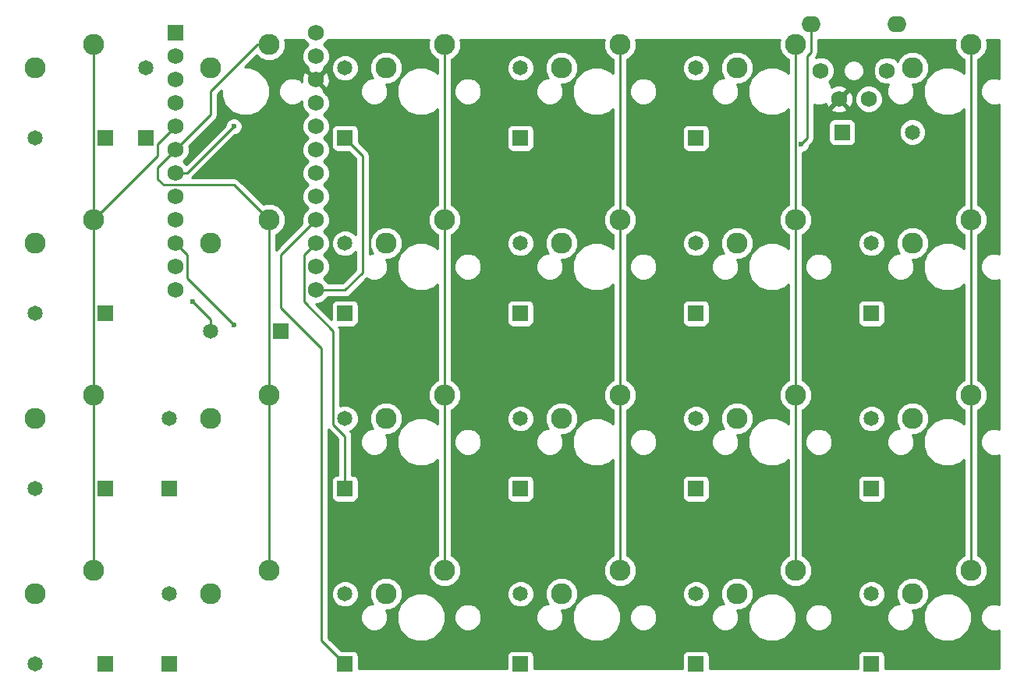
<source format=gbr>
G04 #@! TF.FileFunction,Copper,L1,Top,Signal*
%FSLAX46Y46*%
G04 Gerber Fmt 4.6, Leading zero omitted, Abs format (unit mm)*
G04 Created by KiCad (PCBNEW 4.0.2-stable) date 5/31/2016 6:33:24 PM*
%MOMM*%
G01*
G04 APERTURE LIST*
%ADD10C,0.100000*%
%ADD11R,1.752600X1.752600*%
%ADD12C,1.752600*%
%ADD13C,2.286000*%
%ADD14C,1.651000*%
%ADD15R,1.651000X1.651000*%
%ADD16O,2.057400X1.752600*%
%ADD17C,0.600000*%
%ADD18C,0.250000*%
%ADD19C,0.254000*%
G04 APERTURE END LIST*
D10*
D11*
X52070000Y-34290000D03*
D12*
X52070000Y-36830000D03*
X52070000Y-39370000D03*
X52070000Y-41910000D03*
X52070000Y-44450000D03*
X52070000Y-46990000D03*
X52070000Y-49530000D03*
X52070000Y-52070000D03*
X52070000Y-54610000D03*
X52070000Y-57150000D03*
X52070000Y-59690000D03*
X52070000Y-62230000D03*
X67310000Y-62230000D03*
X67310000Y-59690000D03*
X67310000Y-57150000D03*
X67310000Y-54610000D03*
X67310000Y-52070000D03*
X67310000Y-49530000D03*
X67310000Y-46990000D03*
X67310000Y-39370000D03*
X67310000Y-36830000D03*
X67310000Y-34290000D03*
X67310000Y-44450000D03*
X67310000Y-41910000D03*
D13*
X62230000Y-35560000D03*
X55880000Y-38100000D03*
D14*
X36830000Y-45720000D03*
D15*
X44450000Y-45720000D03*
D14*
X36830000Y-64770000D03*
D15*
X44450000Y-64770000D03*
D14*
X36830000Y-83820000D03*
D15*
X44450000Y-83820000D03*
D14*
X36830000Y-102870000D03*
D15*
X44450000Y-102870000D03*
D14*
X48895000Y-38100000D03*
D15*
X48895000Y-45720000D03*
D14*
X55880000Y-66675000D03*
D15*
X63500000Y-66675000D03*
D14*
X51435000Y-76200000D03*
D15*
X51435000Y-83820000D03*
D14*
X51435000Y-95250000D03*
D15*
X51435000Y-102870000D03*
D14*
X70485000Y-38100000D03*
D15*
X70485000Y-45720000D03*
D14*
X70485000Y-57150000D03*
D15*
X70485000Y-64770000D03*
D14*
X70485000Y-76200000D03*
D15*
X70485000Y-83820000D03*
D14*
X70485000Y-95250000D03*
D15*
X70485000Y-102870000D03*
D14*
X89535000Y-38100000D03*
D15*
X89535000Y-45720000D03*
D14*
X89535000Y-57150000D03*
D15*
X89535000Y-64770000D03*
D14*
X89535000Y-76200000D03*
D15*
X89535000Y-83820000D03*
D14*
X89535000Y-95250000D03*
D15*
X89535000Y-102870000D03*
D14*
X108585000Y-38100000D03*
D15*
X108585000Y-45720000D03*
D14*
X108585000Y-57150000D03*
D15*
X108585000Y-64770000D03*
D14*
X108585000Y-76200000D03*
D15*
X108585000Y-83820000D03*
D14*
X108585000Y-95250000D03*
D15*
X108585000Y-102870000D03*
D14*
X132080000Y-45085000D03*
D15*
X124460000Y-45085000D03*
D14*
X127635000Y-57150000D03*
D15*
X127635000Y-64770000D03*
D14*
X127635000Y-76200000D03*
D15*
X127635000Y-83820000D03*
D14*
X127635000Y-95250000D03*
D15*
X127635000Y-102870000D03*
D13*
X43180000Y-35560000D03*
X36830000Y-38100000D03*
X43180000Y-54610000D03*
X36830000Y-57150000D03*
X43180000Y-73660000D03*
X36830000Y-76200000D03*
X43180000Y-92710000D03*
X36830000Y-95250000D03*
X62230000Y-54610000D03*
X55880000Y-57150000D03*
X62230000Y-73660000D03*
X55880000Y-76200000D03*
X62230000Y-92710000D03*
X55880000Y-95250000D03*
X81280000Y-35560000D03*
X74930000Y-38100000D03*
X81280000Y-54610000D03*
X74930000Y-57150000D03*
X81280000Y-73660000D03*
X74930000Y-76200000D03*
X81280000Y-92710000D03*
X74930000Y-95250000D03*
X100330000Y-35560000D03*
X93980000Y-38100000D03*
X100330000Y-54610000D03*
X93980000Y-57150000D03*
X100330000Y-73660000D03*
X93980000Y-76200000D03*
X100330000Y-92710000D03*
X93980000Y-95250000D03*
X119380000Y-35560000D03*
X113030000Y-38100000D03*
X119380000Y-54610000D03*
X113030000Y-57150000D03*
X119380000Y-73660000D03*
X113030000Y-76200000D03*
X119380000Y-92710000D03*
X113030000Y-95250000D03*
X138430000Y-35560000D03*
X132080000Y-38100000D03*
X138430000Y-54610000D03*
X132080000Y-57150000D03*
X138430000Y-73660000D03*
X132080000Y-76200000D03*
X138430000Y-92710000D03*
X132080000Y-95250000D03*
D16*
X121081800Y-33375600D03*
D12*
X129336800Y-38379400D03*
X124129800Y-41478200D03*
D16*
X130378200Y-33375600D03*
D12*
X127330200Y-41478200D03*
X122123200Y-38379400D03*
D17*
X53975000Y-63500000D03*
X58420000Y-44450000D03*
X58420000Y-66040000D03*
X120015000Y-46355000D03*
D18*
X67310000Y-62230000D02*
X70485000Y-62230000D01*
X72390000Y-47625000D02*
X70485000Y-45720000D01*
X72390000Y-60325000D02*
X72390000Y-47625000D01*
X70485000Y-62230000D02*
X72390000Y-60325000D01*
X70485000Y-83820000D02*
X70485000Y-78105000D01*
X66040000Y-58420000D02*
X67310000Y-57150000D01*
X66040000Y-63500000D02*
X66040000Y-58420000D01*
X69215000Y-66675000D02*
X66040000Y-63500000D01*
X69215000Y-76835000D02*
X69215000Y-66675000D01*
X70485000Y-78105000D02*
X69215000Y-76835000D01*
X67310000Y-54610000D02*
X63500000Y-58420000D01*
X67945000Y-100330000D02*
X70485000Y-102870000D01*
X67945000Y-68580000D02*
X67945000Y-100330000D01*
X63500000Y-64135000D02*
X67945000Y-68580000D01*
X63500000Y-58420000D02*
X63500000Y-64135000D01*
X55880000Y-66675000D02*
X55880000Y-65405000D01*
X55880000Y-65405000D02*
X53975000Y-63500000D01*
X52070000Y-44450000D02*
X50165000Y-46355000D01*
X50165000Y-47625000D02*
X43180000Y-54610000D01*
X50165000Y-46355000D02*
X50165000Y-47625000D01*
X43180000Y-73660000D02*
X43180000Y-92710000D01*
X43180000Y-54610000D02*
X43180000Y-73660000D01*
X43180000Y-35560000D02*
X43180000Y-54610000D01*
X52070000Y-46990000D02*
X50165000Y-48895000D01*
X58420000Y-50800000D02*
X62230000Y-54610000D01*
X50800000Y-50800000D02*
X58420000Y-50800000D01*
X50165000Y-50165000D02*
X50800000Y-50800000D01*
X50165000Y-48895000D02*
X50165000Y-50165000D01*
X62230000Y-35560000D02*
X60960000Y-35560000D01*
X55880000Y-43180000D02*
X52070000Y-46990000D01*
X55880000Y-40640000D02*
X55880000Y-43180000D01*
X60960000Y-35560000D02*
X55880000Y-40640000D01*
X62230000Y-73660000D02*
X62230000Y-54610000D01*
X62230000Y-92710000D02*
X62230000Y-73660000D01*
X53340000Y-49530000D02*
X52070000Y-49530000D01*
X58420000Y-44450000D02*
X53340000Y-49530000D01*
X81280000Y-73660000D02*
X81280000Y-92710000D01*
X81280000Y-54610000D02*
X81280000Y-73660000D01*
X81280000Y-35560000D02*
X81280000Y-54610000D01*
X100330000Y-54610000D02*
X100330000Y-35560000D01*
X100330000Y-73660000D02*
X100330000Y-54610000D01*
X100330000Y-92710000D02*
X100330000Y-73660000D01*
X119380000Y-73660000D02*
X119380000Y-92710000D01*
X119380000Y-54610000D02*
X119380000Y-73660000D01*
X119380000Y-35560000D02*
X119380000Y-54610000D01*
X53340000Y-58420000D02*
X52070000Y-57150000D01*
X53340000Y-60960000D02*
X53340000Y-58420000D01*
X58420000Y-66040000D02*
X53340000Y-60960000D01*
X138430000Y-54610000D02*
X138430000Y-35560000D01*
X138430000Y-73660000D02*
X138430000Y-54610000D01*
X138430000Y-92710000D02*
X138430000Y-73660000D01*
X121081800Y-36398200D02*
X121081800Y-33375600D01*
X120650000Y-36830000D02*
X121081800Y-36398200D01*
X120650000Y-45720000D02*
X120650000Y-36830000D01*
X120015000Y-46355000D02*
X120650000Y-45720000D01*
D19*
G36*
X66028035Y-35144964D02*
X66442698Y-35560351D01*
X66029529Y-35972800D01*
X65798963Y-36528065D01*
X65798438Y-37129297D01*
X66028035Y-37684964D01*
X66452800Y-38110471D01*
X66486592Y-38124503D01*
X66426604Y-38306999D01*
X67310000Y-39190395D01*
X68111158Y-38389237D01*
X69024247Y-38389237D01*
X69246126Y-38926226D01*
X69656613Y-39337430D01*
X70193214Y-39560246D01*
X70774237Y-39560753D01*
X71311226Y-39338874D01*
X71722430Y-38928387D01*
X71945246Y-38391786D01*
X71945753Y-37810763D01*
X71723874Y-37273774D01*
X71313387Y-36862570D01*
X70776786Y-36639754D01*
X70195763Y-36639247D01*
X69658774Y-36861126D01*
X69247570Y-37271613D01*
X69024754Y-37808214D01*
X69024247Y-38389237D01*
X68111158Y-38389237D01*
X68193396Y-38306999D01*
X68133553Y-38124944D01*
X68164964Y-38111965D01*
X68590471Y-37687200D01*
X68821037Y-37131935D01*
X68821562Y-36530703D01*
X68591965Y-35975036D01*
X68177302Y-35559649D01*
X68590471Y-35147200D01*
X68630001Y-35052000D01*
X79565750Y-35052000D01*
X79502309Y-35204782D01*
X79501692Y-35912114D01*
X79771806Y-36565840D01*
X80271529Y-37066436D01*
X80520000Y-37169610D01*
X80520000Y-38702035D01*
X80231096Y-38412627D01*
X79265215Y-38011558D01*
X78219374Y-38010645D01*
X77252793Y-38410028D01*
X76512627Y-39148904D01*
X76111558Y-40114785D01*
X76110645Y-41160626D01*
X76510028Y-42127207D01*
X77248904Y-42867373D01*
X78214785Y-43268442D01*
X79260626Y-43269355D01*
X80227207Y-42869972D01*
X80520000Y-42577689D01*
X80520000Y-53000227D01*
X80274160Y-53101806D01*
X79773564Y-53601529D01*
X79502309Y-54254782D01*
X79501692Y-54962114D01*
X79771806Y-55615840D01*
X80271529Y-56116436D01*
X80520000Y-56219610D01*
X80520000Y-57752035D01*
X80231096Y-57462627D01*
X79265215Y-57061558D01*
X78219374Y-57060645D01*
X77252793Y-57460028D01*
X76512627Y-58198904D01*
X76111558Y-59164785D01*
X76110645Y-60210626D01*
X76510028Y-61177207D01*
X77248904Y-61917373D01*
X78214785Y-62318442D01*
X79260626Y-62319355D01*
X80227207Y-61919972D01*
X80520000Y-61627689D01*
X80520000Y-72050227D01*
X80274160Y-72151806D01*
X79773564Y-72651529D01*
X79502309Y-73304782D01*
X79501692Y-74012114D01*
X79771806Y-74665840D01*
X80271529Y-75166436D01*
X80520000Y-75269610D01*
X80520000Y-76802035D01*
X80231096Y-76512627D01*
X79265215Y-76111558D01*
X78219374Y-76110645D01*
X77252793Y-76510028D01*
X76512627Y-77248904D01*
X76111558Y-78214785D01*
X76110645Y-79260626D01*
X76510028Y-80227207D01*
X77248904Y-80967373D01*
X78214785Y-81368442D01*
X79260626Y-81369355D01*
X80227207Y-80969972D01*
X80520000Y-80677689D01*
X80520000Y-91100227D01*
X80274160Y-91201806D01*
X79773564Y-91701529D01*
X79502309Y-92354782D01*
X79501692Y-93062114D01*
X79771806Y-93715840D01*
X80271529Y-94216436D01*
X80924782Y-94487691D01*
X81632114Y-94488308D01*
X82285840Y-94218194D01*
X82786436Y-93718471D01*
X83057691Y-93065218D01*
X83058308Y-92357886D01*
X82788194Y-91704160D01*
X82288471Y-91203564D01*
X82040000Y-91100390D01*
X82040000Y-82994500D01*
X88062060Y-82994500D01*
X88062060Y-84645500D01*
X88106338Y-84880817D01*
X88245410Y-85096941D01*
X88457610Y-85241931D01*
X88709500Y-85292940D01*
X90360500Y-85292940D01*
X90595817Y-85248662D01*
X90811941Y-85109590D01*
X90956931Y-84897390D01*
X91007940Y-84645500D01*
X91007940Y-82994500D01*
X90963662Y-82759183D01*
X90824590Y-82543059D01*
X90612390Y-82398069D01*
X90360500Y-82347060D01*
X88709500Y-82347060D01*
X88474183Y-82391338D01*
X88258059Y-82530410D01*
X88113069Y-82742610D01*
X88062060Y-82994500D01*
X82040000Y-82994500D01*
X82040000Y-79034267D01*
X82333842Y-79034267D01*
X82559580Y-79580595D01*
X82977206Y-79998951D01*
X83523139Y-80225642D01*
X84114267Y-80226158D01*
X84660595Y-80000420D01*
X85078951Y-79582794D01*
X85305642Y-79036861D01*
X85305644Y-79034267D01*
X91223842Y-79034267D01*
X91449580Y-79580595D01*
X91867206Y-79998951D01*
X92413139Y-80225642D01*
X93004267Y-80226158D01*
X93550595Y-80000420D01*
X93968951Y-79582794D01*
X94195642Y-79036861D01*
X94196158Y-78445733D01*
X94002903Y-77978021D01*
X94332114Y-77978308D01*
X94985840Y-77708194D01*
X95486436Y-77208471D01*
X95757691Y-76555218D01*
X95758308Y-75847886D01*
X95488194Y-75194160D01*
X94988471Y-74693564D01*
X94335218Y-74422309D01*
X93627886Y-74421692D01*
X92974160Y-74691806D01*
X92473564Y-75191529D01*
X92202309Y-75844782D01*
X92201692Y-76552114D01*
X92471806Y-77205840D01*
X92519815Y-77253933D01*
X92415733Y-77253842D01*
X91869405Y-77479580D01*
X91451049Y-77897206D01*
X91224358Y-78443139D01*
X91223842Y-79034267D01*
X85305644Y-79034267D01*
X85306158Y-78445733D01*
X85080420Y-77899405D01*
X84662794Y-77481049D01*
X84116861Y-77254358D01*
X83525733Y-77253842D01*
X82979405Y-77479580D01*
X82561049Y-77897206D01*
X82334358Y-78443139D01*
X82333842Y-79034267D01*
X82040000Y-79034267D01*
X82040000Y-76489237D01*
X88074247Y-76489237D01*
X88296126Y-77026226D01*
X88706613Y-77437430D01*
X89243214Y-77660246D01*
X89824237Y-77660753D01*
X90361226Y-77438874D01*
X90772430Y-77028387D01*
X90995246Y-76491786D01*
X90995753Y-75910763D01*
X90773874Y-75373774D01*
X90363387Y-74962570D01*
X89826786Y-74739754D01*
X89245763Y-74739247D01*
X88708774Y-74961126D01*
X88297570Y-75371613D01*
X88074754Y-75908214D01*
X88074247Y-76489237D01*
X82040000Y-76489237D01*
X82040000Y-75269773D01*
X82285840Y-75168194D01*
X82786436Y-74668471D01*
X83057691Y-74015218D01*
X83058308Y-73307886D01*
X82788194Y-72654160D01*
X82288471Y-72153564D01*
X82040000Y-72050390D01*
X82040000Y-63944500D01*
X88062060Y-63944500D01*
X88062060Y-65595500D01*
X88106338Y-65830817D01*
X88245410Y-66046941D01*
X88457610Y-66191931D01*
X88709500Y-66242940D01*
X90360500Y-66242940D01*
X90595817Y-66198662D01*
X90811941Y-66059590D01*
X90956931Y-65847390D01*
X91007940Y-65595500D01*
X91007940Y-63944500D01*
X90963662Y-63709183D01*
X90824590Y-63493059D01*
X90612390Y-63348069D01*
X90360500Y-63297060D01*
X88709500Y-63297060D01*
X88474183Y-63341338D01*
X88258059Y-63480410D01*
X88113069Y-63692610D01*
X88062060Y-63944500D01*
X82040000Y-63944500D01*
X82040000Y-59984267D01*
X82333842Y-59984267D01*
X82559580Y-60530595D01*
X82977206Y-60948951D01*
X83523139Y-61175642D01*
X84114267Y-61176158D01*
X84660595Y-60950420D01*
X85078951Y-60532794D01*
X85305642Y-59986861D01*
X85305644Y-59984267D01*
X91223842Y-59984267D01*
X91449580Y-60530595D01*
X91867206Y-60948951D01*
X92413139Y-61175642D01*
X93004267Y-61176158D01*
X93550595Y-60950420D01*
X93968951Y-60532794D01*
X94195642Y-59986861D01*
X94196158Y-59395733D01*
X94002903Y-58928021D01*
X94332114Y-58928308D01*
X94985840Y-58658194D01*
X95486436Y-58158471D01*
X95757691Y-57505218D01*
X95758308Y-56797886D01*
X95488194Y-56144160D01*
X94988471Y-55643564D01*
X94335218Y-55372309D01*
X93627886Y-55371692D01*
X92974160Y-55641806D01*
X92473564Y-56141529D01*
X92202309Y-56794782D01*
X92201692Y-57502114D01*
X92471806Y-58155840D01*
X92519815Y-58203933D01*
X92415733Y-58203842D01*
X91869405Y-58429580D01*
X91451049Y-58847206D01*
X91224358Y-59393139D01*
X91223842Y-59984267D01*
X85305644Y-59984267D01*
X85306158Y-59395733D01*
X85080420Y-58849405D01*
X84662794Y-58431049D01*
X84116861Y-58204358D01*
X83525733Y-58203842D01*
X82979405Y-58429580D01*
X82561049Y-58847206D01*
X82334358Y-59393139D01*
X82333842Y-59984267D01*
X82040000Y-59984267D01*
X82040000Y-57439237D01*
X88074247Y-57439237D01*
X88296126Y-57976226D01*
X88706613Y-58387430D01*
X89243214Y-58610246D01*
X89824237Y-58610753D01*
X90361226Y-58388874D01*
X90772430Y-57978387D01*
X90995246Y-57441786D01*
X90995753Y-56860763D01*
X90773874Y-56323774D01*
X90363387Y-55912570D01*
X89826786Y-55689754D01*
X89245763Y-55689247D01*
X88708774Y-55911126D01*
X88297570Y-56321613D01*
X88074754Y-56858214D01*
X88074247Y-57439237D01*
X82040000Y-57439237D01*
X82040000Y-56219773D01*
X82285840Y-56118194D01*
X82786436Y-55618471D01*
X83057691Y-54965218D01*
X83058308Y-54257886D01*
X82788194Y-53604160D01*
X82288471Y-53103564D01*
X82040000Y-53000390D01*
X82040000Y-44894500D01*
X88062060Y-44894500D01*
X88062060Y-46545500D01*
X88106338Y-46780817D01*
X88245410Y-46996941D01*
X88457610Y-47141931D01*
X88709500Y-47192940D01*
X90360500Y-47192940D01*
X90595817Y-47148662D01*
X90811941Y-47009590D01*
X90956931Y-46797390D01*
X91007940Y-46545500D01*
X91007940Y-44894500D01*
X90963662Y-44659183D01*
X90824590Y-44443059D01*
X90612390Y-44298069D01*
X90360500Y-44247060D01*
X88709500Y-44247060D01*
X88474183Y-44291338D01*
X88258059Y-44430410D01*
X88113069Y-44642610D01*
X88062060Y-44894500D01*
X82040000Y-44894500D01*
X82040000Y-40934267D01*
X82333842Y-40934267D01*
X82559580Y-41480595D01*
X82977206Y-41898951D01*
X83523139Y-42125642D01*
X84114267Y-42126158D01*
X84660595Y-41900420D01*
X85078951Y-41482794D01*
X85305642Y-40936861D01*
X85305644Y-40934267D01*
X91223842Y-40934267D01*
X91449580Y-41480595D01*
X91867206Y-41898951D01*
X92413139Y-42125642D01*
X93004267Y-42126158D01*
X93550595Y-41900420D01*
X93968951Y-41482794D01*
X94195642Y-40936861D01*
X94196158Y-40345733D01*
X94002903Y-39878021D01*
X94332114Y-39878308D01*
X94985840Y-39608194D01*
X95486436Y-39108471D01*
X95757691Y-38455218D01*
X95758308Y-37747886D01*
X95488194Y-37094160D01*
X94988471Y-36593564D01*
X94335218Y-36322309D01*
X93627886Y-36321692D01*
X92974160Y-36591806D01*
X92473564Y-37091529D01*
X92202309Y-37744782D01*
X92201692Y-38452114D01*
X92471806Y-39105840D01*
X92519815Y-39153933D01*
X92415733Y-39153842D01*
X91869405Y-39379580D01*
X91451049Y-39797206D01*
X91224358Y-40343139D01*
X91223842Y-40934267D01*
X85305644Y-40934267D01*
X85306158Y-40345733D01*
X85080420Y-39799405D01*
X84662794Y-39381049D01*
X84116861Y-39154358D01*
X83525733Y-39153842D01*
X82979405Y-39379580D01*
X82561049Y-39797206D01*
X82334358Y-40343139D01*
X82333842Y-40934267D01*
X82040000Y-40934267D01*
X82040000Y-38389237D01*
X88074247Y-38389237D01*
X88296126Y-38926226D01*
X88706613Y-39337430D01*
X89243214Y-39560246D01*
X89824237Y-39560753D01*
X90361226Y-39338874D01*
X90772430Y-38928387D01*
X90995246Y-38391786D01*
X90995753Y-37810763D01*
X90773874Y-37273774D01*
X90363387Y-36862570D01*
X89826786Y-36639754D01*
X89245763Y-36639247D01*
X88708774Y-36861126D01*
X88297570Y-37271613D01*
X88074754Y-37808214D01*
X88074247Y-38389237D01*
X82040000Y-38389237D01*
X82040000Y-37169773D01*
X82285840Y-37068194D01*
X82786436Y-36568471D01*
X83057691Y-35915218D01*
X83058308Y-35207886D01*
X82993897Y-35052000D01*
X98615750Y-35052000D01*
X98552309Y-35204782D01*
X98551692Y-35912114D01*
X98821806Y-36565840D01*
X99321529Y-37066436D01*
X99570000Y-37169610D01*
X99570000Y-38702035D01*
X99281096Y-38412627D01*
X98315215Y-38011558D01*
X97269374Y-38010645D01*
X96302793Y-38410028D01*
X95562627Y-39148904D01*
X95161558Y-40114785D01*
X95160645Y-41160626D01*
X95560028Y-42127207D01*
X96298904Y-42867373D01*
X97264785Y-43268442D01*
X98310626Y-43269355D01*
X99277207Y-42869972D01*
X99570000Y-42577689D01*
X99570000Y-53000227D01*
X99324160Y-53101806D01*
X98823564Y-53601529D01*
X98552309Y-54254782D01*
X98551692Y-54962114D01*
X98821806Y-55615840D01*
X99321529Y-56116436D01*
X99570000Y-56219610D01*
X99570000Y-57752035D01*
X99281096Y-57462627D01*
X98315215Y-57061558D01*
X97269374Y-57060645D01*
X96302793Y-57460028D01*
X95562627Y-58198904D01*
X95161558Y-59164785D01*
X95160645Y-60210626D01*
X95560028Y-61177207D01*
X96298904Y-61917373D01*
X97264785Y-62318442D01*
X98310626Y-62319355D01*
X99277207Y-61919972D01*
X99570000Y-61627689D01*
X99570000Y-72050227D01*
X99324160Y-72151806D01*
X98823564Y-72651529D01*
X98552309Y-73304782D01*
X98551692Y-74012114D01*
X98821806Y-74665840D01*
X99321529Y-75166436D01*
X99570000Y-75269610D01*
X99570000Y-76802035D01*
X99281096Y-76512627D01*
X98315215Y-76111558D01*
X97269374Y-76110645D01*
X96302793Y-76510028D01*
X95562627Y-77248904D01*
X95161558Y-78214785D01*
X95160645Y-79260626D01*
X95560028Y-80227207D01*
X96298904Y-80967373D01*
X97264785Y-81368442D01*
X98310626Y-81369355D01*
X99277207Y-80969972D01*
X99570000Y-80677689D01*
X99570000Y-91100227D01*
X99324160Y-91201806D01*
X98823564Y-91701529D01*
X98552309Y-92354782D01*
X98551692Y-93062114D01*
X98821806Y-93715840D01*
X99321529Y-94216436D01*
X99974782Y-94487691D01*
X100682114Y-94488308D01*
X101335840Y-94218194D01*
X101836436Y-93718471D01*
X102107691Y-93065218D01*
X102108308Y-92357886D01*
X101838194Y-91704160D01*
X101338471Y-91203564D01*
X101090000Y-91100390D01*
X101090000Y-82994500D01*
X107112060Y-82994500D01*
X107112060Y-84645500D01*
X107156338Y-84880817D01*
X107295410Y-85096941D01*
X107507610Y-85241931D01*
X107759500Y-85292940D01*
X109410500Y-85292940D01*
X109645817Y-85248662D01*
X109861941Y-85109590D01*
X110006931Y-84897390D01*
X110057940Y-84645500D01*
X110057940Y-82994500D01*
X110013662Y-82759183D01*
X109874590Y-82543059D01*
X109662390Y-82398069D01*
X109410500Y-82347060D01*
X107759500Y-82347060D01*
X107524183Y-82391338D01*
X107308059Y-82530410D01*
X107163069Y-82742610D01*
X107112060Y-82994500D01*
X101090000Y-82994500D01*
X101090000Y-79034267D01*
X101383842Y-79034267D01*
X101609580Y-79580595D01*
X102027206Y-79998951D01*
X102573139Y-80225642D01*
X103164267Y-80226158D01*
X103710595Y-80000420D01*
X104128951Y-79582794D01*
X104355642Y-79036861D01*
X104355644Y-79034267D01*
X110273842Y-79034267D01*
X110499580Y-79580595D01*
X110917206Y-79998951D01*
X111463139Y-80225642D01*
X112054267Y-80226158D01*
X112600595Y-80000420D01*
X113018951Y-79582794D01*
X113245642Y-79036861D01*
X113246158Y-78445733D01*
X113052903Y-77978021D01*
X113382114Y-77978308D01*
X114035840Y-77708194D01*
X114536436Y-77208471D01*
X114807691Y-76555218D01*
X114808308Y-75847886D01*
X114538194Y-75194160D01*
X114038471Y-74693564D01*
X113385218Y-74422309D01*
X112677886Y-74421692D01*
X112024160Y-74691806D01*
X111523564Y-75191529D01*
X111252309Y-75844782D01*
X111251692Y-76552114D01*
X111521806Y-77205840D01*
X111569815Y-77253933D01*
X111465733Y-77253842D01*
X110919405Y-77479580D01*
X110501049Y-77897206D01*
X110274358Y-78443139D01*
X110273842Y-79034267D01*
X104355644Y-79034267D01*
X104356158Y-78445733D01*
X104130420Y-77899405D01*
X103712794Y-77481049D01*
X103166861Y-77254358D01*
X102575733Y-77253842D01*
X102029405Y-77479580D01*
X101611049Y-77897206D01*
X101384358Y-78443139D01*
X101383842Y-79034267D01*
X101090000Y-79034267D01*
X101090000Y-76489237D01*
X107124247Y-76489237D01*
X107346126Y-77026226D01*
X107756613Y-77437430D01*
X108293214Y-77660246D01*
X108874237Y-77660753D01*
X109411226Y-77438874D01*
X109822430Y-77028387D01*
X110045246Y-76491786D01*
X110045753Y-75910763D01*
X109823874Y-75373774D01*
X109413387Y-74962570D01*
X108876786Y-74739754D01*
X108295763Y-74739247D01*
X107758774Y-74961126D01*
X107347570Y-75371613D01*
X107124754Y-75908214D01*
X107124247Y-76489237D01*
X101090000Y-76489237D01*
X101090000Y-75269773D01*
X101335840Y-75168194D01*
X101836436Y-74668471D01*
X102107691Y-74015218D01*
X102108308Y-73307886D01*
X101838194Y-72654160D01*
X101338471Y-72153564D01*
X101090000Y-72050390D01*
X101090000Y-63944500D01*
X107112060Y-63944500D01*
X107112060Y-65595500D01*
X107156338Y-65830817D01*
X107295410Y-66046941D01*
X107507610Y-66191931D01*
X107759500Y-66242940D01*
X109410500Y-66242940D01*
X109645817Y-66198662D01*
X109861941Y-66059590D01*
X110006931Y-65847390D01*
X110057940Y-65595500D01*
X110057940Y-63944500D01*
X110013662Y-63709183D01*
X109874590Y-63493059D01*
X109662390Y-63348069D01*
X109410500Y-63297060D01*
X107759500Y-63297060D01*
X107524183Y-63341338D01*
X107308059Y-63480410D01*
X107163069Y-63692610D01*
X107112060Y-63944500D01*
X101090000Y-63944500D01*
X101090000Y-59984267D01*
X101383842Y-59984267D01*
X101609580Y-60530595D01*
X102027206Y-60948951D01*
X102573139Y-61175642D01*
X103164267Y-61176158D01*
X103710595Y-60950420D01*
X104128951Y-60532794D01*
X104355642Y-59986861D01*
X104355644Y-59984267D01*
X110273842Y-59984267D01*
X110499580Y-60530595D01*
X110917206Y-60948951D01*
X111463139Y-61175642D01*
X112054267Y-61176158D01*
X112600595Y-60950420D01*
X113018951Y-60532794D01*
X113245642Y-59986861D01*
X113246158Y-59395733D01*
X113052903Y-58928021D01*
X113382114Y-58928308D01*
X114035840Y-58658194D01*
X114536436Y-58158471D01*
X114807691Y-57505218D01*
X114808308Y-56797886D01*
X114538194Y-56144160D01*
X114038471Y-55643564D01*
X113385218Y-55372309D01*
X112677886Y-55371692D01*
X112024160Y-55641806D01*
X111523564Y-56141529D01*
X111252309Y-56794782D01*
X111251692Y-57502114D01*
X111521806Y-58155840D01*
X111569815Y-58203933D01*
X111465733Y-58203842D01*
X110919405Y-58429580D01*
X110501049Y-58847206D01*
X110274358Y-59393139D01*
X110273842Y-59984267D01*
X104355644Y-59984267D01*
X104356158Y-59395733D01*
X104130420Y-58849405D01*
X103712794Y-58431049D01*
X103166861Y-58204358D01*
X102575733Y-58203842D01*
X102029405Y-58429580D01*
X101611049Y-58847206D01*
X101384358Y-59393139D01*
X101383842Y-59984267D01*
X101090000Y-59984267D01*
X101090000Y-57439237D01*
X107124247Y-57439237D01*
X107346126Y-57976226D01*
X107756613Y-58387430D01*
X108293214Y-58610246D01*
X108874237Y-58610753D01*
X109411226Y-58388874D01*
X109822430Y-57978387D01*
X110045246Y-57441786D01*
X110045753Y-56860763D01*
X109823874Y-56323774D01*
X109413387Y-55912570D01*
X108876786Y-55689754D01*
X108295763Y-55689247D01*
X107758774Y-55911126D01*
X107347570Y-56321613D01*
X107124754Y-56858214D01*
X107124247Y-57439237D01*
X101090000Y-57439237D01*
X101090000Y-56219773D01*
X101335840Y-56118194D01*
X101836436Y-55618471D01*
X102107691Y-54965218D01*
X102108308Y-54257886D01*
X101838194Y-53604160D01*
X101338471Y-53103564D01*
X101090000Y-53000390D01*
X101090000Y-44894500D01*
X107112060Y-44894500D01*
X107112060Y-46545500D01*
X107156338Y-46780817D01*
X107295410Y-46996941D01*
X107507610Y-47141931D01*
X107759500Y-47192940D01*
X109410500Y-47192940D01*
X109645817Y-47148662D01*
X109861941Y-47009590D01*
X110006931Y-46797390D01*
X110057940Y-46545500D01*
X110057940Y-44894500D01*
X110013662Y-44659183D01*
X109874590Y-44443059D01*
X109662390Y-44298069D01*
X109410500Y-44247060D01*
X107759500Y-44247060D01*
X107524183Y-44291338D01*
X107308059Y-44430410D01*
X107163069Y-44642610D01*
X107112060Y-44894500D01*
X101090000Y-44894500D01*
X101090000Y-40934267D01*
X101383842Y-40934267D01*
X101609580Y-41480595D01*
X102027206Y-41898951D01*
X102573139Y-42125642D01*
X103164267Y-42126158D01*
X103710595Y-41900420D01*
X104128951Y-41482794D01*
X104355642Y-40936861D01*
X104355644Y-40934267D01*
X110273842Y-40934267D01*
X110499580Y-41480595D01*
X110917206Y-41898951D01*
X111463139Y-42125642D01*
X112054267Y-42126158D01*
X112600595Y-41900420D01*
X113018951Y-41482794D01*
X113245642Y-40936861D01*
X113246158Y-40345733D01*
X113052903Y-39878021D01*
X113382114Y-39878308D01*
X114035840Y-39608194D01*
X114536436Y-39108471D01*
X114807691Y-38455218D01*
X114808308Y-37747886D01*
X114538194Y-37094160D01*
X114038471Y-36593564D01*
X113385218Y-36322309D01*
X112677886Y-36321692D01*
X112024160Y-36591806D01*
X111523564Y-37091529D01*
X111252309Y-37744782D01*
X111251692Y-38452114D01*
X111521806Y-39105840D01*
X111569815Y-39153933D01*
X111465733Y-39153842D01*
X110919405Y-39379580D01*
X110501049Y-39797206D01*
X110274358Y-40343139D01*
X110273842Y-40934267D01*
X104355644Y-40934267D01*
X104356158Y-40345733D01*
X104130420Y-39799405D01*
X103712794Y-39381049D01*
X103166861Y-39154358D01*
X102575733Y-39153842D01*
X102029405Y-39379580D01*
X101611049Y-39797206D01*
X101384358Y-40343139D01*
X101383842Y-40934267D01*
X101090000Y-40934267D01*
X101090000Y-38389237D01*
X107124247Y-38389237D01*
X107346126Y-38926226D01*
X107756613Y-39337430D01*
X108293214Y-39560246D01*
X108874237Y-39560753D01*
X109411226Y-39338874D01*
X109822430Y-38928387D01*
X110045246Y-38391786D01*
X110045753Y-37810763D01*
X109823874Y-37273774D01*
X109413387Y-36862570D01*
X108876786Y-36639754D01*
X108295763Y-36639247D01*
X107758774Y-36861126D01*
X107347570Y-37271613D01*
X107124754Y-37808214D01*
X107124247Y-38389237D01*
X101090000Y-38389237D01*
X101090000Y-37169773D01*
X101335840Y-37068194D01*
X101836436Y-36568471D01*
X102107691Y-35915218D01*
X102108308Y-35207886D01*
X102043897Y-35052000D01*
X117665750Y-35052000D01*
X117602309Y-35204782D01*
X117601692Y-35912114D01*
X117871806Y-36565840D01*
X118371529Y-37066436D01*
X118620000Y-37169610D01*
X118620000Y-38702035D01*
X118331096Y-38412627D01*
X117365215Y-38011558D01*
X116319374Y-38010645D01*
X115352793Y-38410028D01*
X114612627Y-39148904D01*
X114211558Y-40114785D01*
X114210645Y-41160626D01*
X114610028Y-42127207D01*
X115348904Y-42867373D01*
X116314785Y-43268442D01*
X117360626Y-43269355D01*
X118327207Y-42869972D01*
X118620000Y-42577689D01*
X118620000Y-53000227D01*
X118374160Y-53101806D01*
X117873564Y-53601529D01*
X117602309Y-54254782D01*
X117601692Y-54962114D01*
X117871806Y-55615840D01*
X118371529Y-56116436D01*
X118620000Y-56219610D01*
X118620000Y-57752035D01*
X118331096Y-57462627D01*
X117365215Y-57061558D01*
X116319374Y-57060645D01*
X115352793Y-57460028D01*
X114612627Y-58198904D01*
X114211558Y-59164785D01*
X114210645Y-60210626D01*
X114610028Y-61177207D01*
X115348904Y-61917373D01*
X116314785Y-62318442D01*
X117360626Y-62319355D01*
X118327207Y-61919972D01*
X118620000Y-61627689D01*
X118620000Y-72050227D01*
X118374160Y-72151806D01*
X117873564Y-72651529D01*
X117602309Y-73304782D01*
X117601692Y-74012114D01*
X117871806Y-74665840D01*
X118371529Y-75166436D01*
X118620000Y-75269610D01*
X118620000Y-76802035D01*
X118331096Y-76512627D01*
X117365215Y-76111558D01*
X116319374Y-76110645D01*
X115352793Y-76510028D01*
X114612627Y-77248904D01*
X114211558Y-78214785D01*
X114210645Y-79260626D01*
X114610028Y-80227207D01*
X115348904Y-80967373D01*
X116314785Y-81368442D01*
X117360626Y-81369355D01*
X118327207Y-80969972D01*
X118620000Y-80677689D01*
X118620000Y-91100227D01*
X118374160Y-91201806D01*
X117873564Y-91701529D01*
X117602309Y-92354782D01*
X117601692Y-93062114D01*
X117871806Y-93715840D01*
X118371529Y-94216436D01*
X119024782Y-94487691D01*
X119732114Y-94488308D01*
X120385840Y-94218194D01*
X120886436Y-93718471D01*
X121157691Y-93065218D01*
X121158308Y-92357886D01*
X120888194Y-91704160D01*
X120388471Y-91203564D01*
X120140000Y-91100390D01*
X120140000Y-82994500D01*
X126162060Y-82994500D01*
X126162060Y-84645500D01*
X126206338Y-84880817D01*
X126345410Y-85096941D01*
X126557610Y-85241931D01*
X126809500Y-85292940D01*
X128460500Y-85292940D01*
X128695817Y-85248662D01*
X128911941Y-85109590D01*
X129056931Y-84897390D01*
X129107940Y-84645500D01*
X129107940Y-82994500D01*
X129063662Y-82759183D01*
X128924590Y-82543059D01*
X128712390Y-82398069D01*
X128460500Y-82347060D01*
X126809500Y-82347060D01*
X126574183Y-82391338D01*
X126358059Y-82530410D01*
X126213069Y-82742610D01*
X126162060Y-82994500D01*
X120140000Y-82994500D01*
X120140000Y-79034267D01*
X120433842Y-79034267D01*
X120659580Y-79580595D01*
X121077206Y-79998951D01*
X121623139Y-80225642D01*
X122214267Y-80226158D01*
X122760595Y-80000420D01*
X123178951Y-79582794D01*
X123405642Y-79036861D01*
X123405644Y-79034267D01*
X129323842Y-79034267D01*
X129549580Y-79580595D01*
X129967206Y-79998951D01*
X130513139Y-80225642D01*
X131104267Y-80226158D01*
X131650595Y-80000420D01*
X132068951Y-79582794D01*
X132295642Y-79036861D01*
X132296158Y-78445733D01*
X132102903Y-77978021D01*
X132432114Y-77978308D01*
X133085840Y-77708194D01*
X133586436Y-77208471D01*
X133857691Y-76555218D01*
X133858308Y-75847886D01*
X133588194Y-75194160D01*
X133088471Y-74693564D01*
X132435218Y-74422309D01*
X131727886Y-74421692D01*
X131074160Y-74691806D01*
X130573564Y-75191529D01*
X130302309Y-75844782D01*
X130301692Y-76552114D01*
X130571806Y-77205840D01*
X130619815Y-77253933D01*
X130515733Y-77253842D01*
X129969405Y-77479580D01*
X129551049Y-77897206D01*
X129324358Y-78443139D01*
X129323842Y-79034267D01*
X123405644Y-79034267D01*
X123406158Y-78445733D01*
X123180420Y-77899405D01*
X122762794Y-77481049D01*
X122216861Y-77254358D01*
X121625733Y-77253842D01*
X121079405Y-77479580D01*
X120661049Y-77897206D01*
X120434358Y-78443139D01*
X120433842Y-79034267D01*
X120140000Y-79034267D01*
X120140000Y-76489237D01*
X126174247Y-76489237D01*
X126396126Y-77026226D01*
X126806613Y-77437430D01*
X127343214Y-77660246D01*
X127924237Y-77660753D01*
X128461226Y-77438874D01*
X128872430Y-77028387D01*
X129095246Y-76491786D01*
X129095753Y-75910763D01*
X128873874Y-75373774D01*
X128463387Y-74962570D01*
X127926786Y-74739754D01*
X127345763Y-74739247D01*
X126808774Y-74961126D01*
X126397570Y-75371613D01*
X126174754Y-75908214D01*
X126174247Y-76489237D01*
X120140000Y-76489237D01*
X120140000Y-75269773D01*
X120385840Y-75168194D01*
X120886436Y-74668471D01*
X121157691Y-74015218D01*
X121158308Y-73307886D01*
X120888194Y-72654160D01*
X120388471Y-72153564D01*
X120140000Y-72050390D01*
X120140000Y-63944500D01*
X126162060Y-63944500D01*
X126162060Y-65595500D01*
X126206338Y-65830817D01*
X126345410Y-66046941D01*
X126557610Y-66191931D01*
X126809500Y-66242940D01*
X128460500Y-66242940D01*
X128695817Y-66198662D01*
X128911941Y-66059590D01*
X129056931Y-65847390D01*
X129107940Y-65595500D01*
X129107940Y-63944500D01*
X129063662Y-63709183D01*
X128924590Y-63493059D01*
X128712390Y-63348069D01*
X128460500Y-63297060D01*
X126809500Y-63297060D01*
X126574183Y-63341338D01*
X126358059Y-63480410D01*
X126213069Y-63692610D01*
X126162060Y-63944500D01*
X120140000Y-63944500D01*
X120140000Y-59984267D01*
X120433842Y-59984267D01*
X120659580Y-60530595D01*
X121077206Y-60948951D01*
X121623139Y-61175642D01*
X122214267Y-61176158D01*
X122760595Y-60950420D01*
X123178951Y-60532794D01*
X123405642Y-59986861D01*
X123405644Y-59984267D01*
X129323842Y-59984267D01*
X129549580Y-60530595D01*
X129967206Y-60948951D01*
X130513139Y-61175642D01*
X131104267Y-61176158D01*
X131650595Y-60950420D01*
X132068951Y-60532794D01*
X132295642Y-59986861D01*
X132296158Y-59395733D01*
X132102903Y-58928021D01*
X132432114Y-58928308D01*
X133085840Y-58658194D01*
X133586436Y-58158471D01*
X133857691Y-57505218D01*
X133858308Y-56797886D01*
X133588194Y-56144160D01*
X133088471Y-55643564D01*
X132435218Y-55372309D01*
X131727886Y-55371692D01*
X131074160Y-55641806D01*
X130573564Y-56141529D01*
X130302309Y-56794782D01*
X130301692Y-57502114D01*
X130571806Y-58155840D01*
X130619815Y-58203933D01*
X130515733Y-58203842D01*
X129969405Y-58429580D01*
X129551049Y-58847206D01*
X129324358Y-59393139D01*
X129323842Y-59984267D01*
X123405644Y-59984267D01*
X123406158Y-59395733D01*
X123180420Y-58849405D01*
X122762794Y-58431049D01*
X122216861Y-58204358D01*
X121625733Y-58203842D01*
X121079405Y-58429580D01*
X120661049Y-58847206D01*
X120434358Y-59393139D01*
X120433842Y-59984267D01*
X120140000Y-59984267D01*
X120140000Y-57439237D01*
X126174247Y-57439237D01*
X126396126Y-57976226D01*
X126806613Y-58387430D01*
X127343214Y-58610246D01*
X127924237Y-58610753D01*
X128461226Y-58388874D01*
X128872430Y-57978387D01*
X129095246Y-57441786D01*
X129095753Y-56860763D01*
X128873874Y-56323774D01*
X128463387Y-55912570D01*
X127926786Y-55689754D01*
X127345763Y-55689247D01*
X126808774Y-55911126D01*
X126397570Y-56321613D01*
X126174754Y-56858214D01*
X126174247Y-57439237D01*
X120140000Y-57439237D01*
X120140000Y-56219773D01*
X120385840Y-56118194D01*
X120886436Y-55618471D01*
X121157691Y-54965218D01*
X121158308Y-54257886D01*
X120888194Y-53604160D01*
X120388471Y-53103564D01*
X120140000Y-53000390D01*
X120140000Y-47290110D01*
X120200167Y-47290162D01*
X120543943Y-47148117D01*
X120807192Y-46885327D01*
X120949838Y-46541799D01*
X120949879Y-46494923D01*
X121187401Y-46257401D01*
X121352148Y-46010839D01*
X121410000Y-45720000D01*
X121410000Y-44259500D01*
X122987060Y-44259500D01*
X122987060Y-45910500D01*
X123031338Y-46145817D01*
X123170410Y-46361941D01*
X123382610Y-46506931D01*
X123634500Y-46557940D01*
X125285500Y-46557940D01*
X125520817Y-46513662D01*
X125736941Y-46374590D01*
X125881931Y-46162390D01*
X125932940Y-45910500D01*
X125932940Y-45374237D01*
X130619247Y-45374237D01*
X130841126Y-45911226D01*
X131251613Y-46322430D01*
X131788214Y-46545246D01*
X132369237Y-46545753D01*
X132906226Y-46323874D01*
X133317430Y-45913387D01*
X133540246Y-45376786D01*
X133540753Y-44795763D01*
X133318874Y-44258774D01*
X132908387Y-43847570D01*
X132371786Y-43624754D01*
X131790763Y-43624247D01*
X131253774Y-43846126D01*
X130842570Y-44256613D01*
X130619754Y-44793214D01*
X130619247Y-45374237D01*
X125932940Y-45374237D01*
X125932940Y-44259500D01*
X125888662Y-44024183D01*
X125749590Y-43808059D01*
X125537390Y-43663069D01*
X125285500Y-43612060D01*
X123634500Y-43612060D01*
X123399183Y-43656338D01*
X123183059Y-43795410D01*
X123038069Y-44007610D01*
X122987060Y-44259500D01*
X121410000Y-44259500D01*
X121410000Y-42541201D01*
X123246404Y-42541201D01*
X123329904Y-42795227D01*
X123894797Y-43001082D01*
X124495468Y-42975091D01*
X124929696Y-42795227D01*
X125013196Y-42541201D01*
X124129800Y-41657805D01*
X123246404Y-42541201D01*
X121410000Y-42541201D01*
X121410000Y-42037139D01*
X121623139Y-42125642D01*
X122214267Y-42126158D01*
X122671570Y-41937204D01*
X122812773Y-42278096D01*
X123066799Y-42361596D01*
X123950195Y-41478200D01*
X124309405Y-41478200D01*
X125192801Y-42361596D01*
X125446827Y-42278096D01*
X125629252Y-41777497D01*
X125818638Y-41777497D01*
X126048235Y-42333164D01*
X126473000Y-42758671D01*
X127028265Y-42989237D01*
X127629497Y-42989762D01*
X128185164Y-42760165D01*
X128610671Y-42335400D01*
X128841237Y-41780135D01*
X128841762Y-41178903D01*
X128612165Y-40623236D01*
X128187400Y-40197729D01*
X127632135Y-39967163D01*
X127030903Y-39966638D01*
X126475236Y-40196235D01*
X126049729Y-40621000D01*
X125819163Y-41176265D01*
X125818638Y-41777497D01*
X125629252Y-41777497D01*
X125652682Y-41713203D01*
X125626691Y-41112532D01*
X125446827Y-40678304D01*
X125192801Y-40594804D01*
X124309405Y-41478200D01*
X123950195Y-41478200D01*
X123936053Y-41464058D01*
X124115658Y-41284453D01*
X124129800Y-41298595D01*
X125013196Y-40415199D01*
X124929696Y-40161173D01*
X124364803Y-39955318D01*
X123764132Y-39981309D01*
X123329904Y-40161173D01*
X123329902Y-40161179D01*
X123180420Y-39799405D01*
X123010449Y-39629137D01*
X123403671Y-39236600D01*
X123634237Y-38681335D01*
X123634305Y-38603244D01*
X124599504Y-38603244D01*
X124771219Y-39018827D01*
X125088900Y-39337063D01*
X125504183Y-39509503D01*
X125953844Y-39509896D01*
X126369427Y-39338181D01*
X126687663Y-39020500D01*
X126829591Y-38678697D01*
X127825238Y-38678697D01*
X128054835Y-39234364D01*
X128479600Y-39659871D01*
X129034865Y-39890437D01*
X129512163Y-39890854D01*
X129324358Y-40343139D01*
X129323842Y-40934267D01*
X129549580Y-41480595D01*
X129967206Y-41898951D01*
X130513139Y-42125642D01*
X131104267Y-42126158D01*
X131650595Y-41900420D01*
X132068951Y-41482794D01*
X132295642Y-40936861D01*
X132296158Y-40345733D01*
X132102903Y-39878021D01*
X132432114Y-39878308D01*
X133085840Y-39608194D01*
X133586436Y-39108471D01*
X133857691Y-38455218D01*
X133858308Y-37747886D01*
X133588194Y-37094160D01*
X133088471Y-36593564D01*
X132435218Y-36322309D01*
X131727886Y-36321692D01*
X131074160Y-36591806D01*
X130573564Y-37091529D01*
X130459891Y-37365284D01*
X130194000Y-37098929D01*
X129638735Y-36868363D01*
X129037503Y-36867838D01*
X128481836Y-37097435D01*
X128056329Y-37522200D01*
X127825763Y-38077465D01*
X127825238Y-38678697D01*
X126829591Y-38678697D01*
X126860103Y-38605217D01*
X126860496Y-38155556D01*
X126688781Y-37739973D01*
X126371100Y-37421737D01*
X125955817Y-37249297D01*
X125506156Y-37248904D01*
X125090573Y-37420619D01*
X124772337Y-37738300D01*
X124599897Y-38153583D01*
X124599504Y-38603244D01*
X123634305Y-38603244D01*
X123634762Y-38080103D01*
X123405165Y-37524436D01*
X122980400Y-37098929D01*
X122425135Y-36868363D01*
X121823903Y-36867838D01*
X121590541Y-36964261D01*
X121619201Y-36935601D01*
X121783948Y-36689040D01*
X121803289Y-36591806D01*
X121841800Y-36398200D01*
X121841800Y-35052000D01*
X136715750Y-35052000D01*
X136652309Y-35204782D01*
X136651692Y-35912114D01*
X136921806Y-36565840D01*
X137421529Y-37066436D01*
X137670000Y-37169610D01*
X137670000Y-38702035D01*
X137381096Y-38412627D01*
X136415215Y-38011558D01*
X135369374Y-38010645D01*
X134402793Y-38410028D01*
X133662627Y-39148904D01*
X133261558Y-40114785D01*
X133260645Y-41160626D01*
X133660028Y-42127207D01*
X134398904Y-42867373D01*
X135364785Y-43268442D01*
X136410626Y-43269355D01*
X137377207Y-42869972D01*
X137670000Y-42577689D01*
X137670000Y-53000227D01*
X137424160Y-53101806D01*
X136923564Y-53601529D01*
X136652309Y-54254782D01*
X136651692Y-54962114D01*
X136921806Y-55615840D01*
X137421529Y-56116436D01*
X137670000Y-56219610D01*
X137670000Y-57752035D01*
X137381096Y-57462627D01*
X136415215Y-57061558D01*
X135369374Y-57060645D01*
X134402793Y-57460028D01*
X133662627Y-58198904D01*
X133261558Y-59164785D01*
X133260645Y-60210626D01*
X133660028Y-61177207D01*
X134398904Y-61917373D01*
X135364785Y-62318442D01*
X136410626Y-62319355D01*
X137377207Y-61919972D01*
X137670000Y-61627689D01*
X137670000Y-72050227D01*
X137424160Y-72151806D01*
X136923564Y-72651529D01*
X136652309Y-73304782D01*
X136651692Y-74012114D01*
X136921806Y-74665840D01*
X137421529Y-75166436D01*
X137670000Y-75269610D01*
X137670000Y-76802035D01*
X137381096Y-76512627D01*
X136415215Y-76111558D01*
X135369374Y-76110645D01*
X134402793Y-76510028D01*
X133662627Y-77248904D01*
X133261558Y-78214785D01*
X133260645Y-79260626D01*
X133660028Y-80227207D01*
X134398904Y-80967373D01*
X135364785Y-81368442D01*
X136410626Y-81369355D01*
X137377207Y-80969972D01*
X137670000Y-80677689D01*
X137670000Y-91100227D01*
X137424160Y-91201806D01*
X136923564Y-91701529D01*
X136652309Y-92354782D01*
X136651692Y-93062114D01*
X136921806Y-93715840D01*
X137421529Y-94216436D01*
X138074782Y-94487691D01*
X138782114Y-94488308D01*
X139435840Y-94218194D01*
X139936436Y-93718471D01*
X140207691Y-93065218D01*
X140208308Y-92357886D01*
X139938194Y-91704160D01*
X139438471Y-91203564D01*
X139190000Y-91100390D01*
X139190000Y-75269773D01*
X139435840Y-75168194D01*
X139936436Y-74668471D01*
X140207691Y-74015218D01*
X140208308Y-73307886D01*
X139938194Y-72654160D01*
X139438471Y-72153564D01*
X139190000Y-72050390D01*
X139190000Y-56219773D01*
X139435840Y-56118194D01*
X139936436Y-55618471D01*
X140207691Y-54965218D01*
X140208308Y-54257886D01*
X139938194Y-53604160D01*
X139438471Y-53103564D01*
X139190000Y-53000390D01*
X139190000Y-37169773D01*
X139435840Y-37068194D01*
X139936436Y-36568471D01*
X140207691Y-35915218D01*
X140208308Y-35207886D01*
X140143897Y-35052000D01*
X141478000Y-35052000D01*
X141478000Y-39242031D01*
X141266861Y-39154358D01*
X140675733Y-39153842D01*
X140129405Y-39379580D01*
X139711049Y-39797206D01*
X139484358Y-40343139D01*
X139483842Y-40934267D01*
X139709580Y-41480595D01*
X140127206Y-41898951D01*
X140673139Y-42125642D01*
X141264267Y-42126158D01*
X141478000Y-42037845D01*
X141478000Y-58292031D01*
X141266861Y-58204358D01*
X140675733Y-58203842D01*
X140129405Y-58429580D01*
X139711049Y-58847206D01*
X139484358Y-59393139D01*
X139483842Y-59984267D01*
X139709580Y-60530595D01*
X140127206Y-60948951D01*
X140673139Y-61175642D01*
X141264267Y-61176158D01*
X141478000Y-61087845D01*
X141478000Y-77342031D01*
X141266861Y-77254358D01*
X140675733Y-77253842D01*
X140129405Y-77479580D01*
X139711049Y-77897206D01*
X139484358Y-78443139D01*
X139483842Y-79034267D01*
X139709580Y-79580595D01*
X140127206Y-79998951D01*
X140673139Y-80225642D01*
X141264267Y-80226158D01*
X141478000Y-80137845D01*
X141478000Y-96392031D01*
X141266861Y-96304358D01*
X140675733Y-96303842D01*
X140129405Y-96529580D01*
X139711049Y-96947206D01*
X139484358Y-97493139D01*
X139483842Y-98084267D01*
X139709580Y-98630595D01*
X140127206Y-99048951D01*
X140673139Y-99275642D01*
X141264267Y-99276158D01*
X141478000Y-99187845D01*
X141478000Y-103378000D01*
X129107940Y-103378000D01*
X129107940Y-102044500D01*
X129063662Y-101809183D01*
X128924590Y-101593059D01*
X128712390Y-101448069D01*
X128460500Y-101397060D01*
X126809500Y-101397060D01*
X126574183Y-101441338D01*
X126358059Y-101580410D01*
X126213069Y-101792610D01*
X126162060Y-102044500D01*
X126162060Y-103378000D01*
X110057940Y-103378000D01*
X110057940Y-102044500D01*
X110013662Y-101809183D01*
X109874590Y-101593059D01*
X109662390Y-101448069D01*
X109410500Y-101397060D01*
X107759500Y-101397060D01*
X107524183Y-101441338D01*
X107308059Y-101580410D01*
X107163069Y-101792610D01*
X107112060Y-102044500D01*
X107112060Y-103378000D01*
X91007940Y-103378000D01*
X91007940Y-102044500D01*
X90963662Y-101809183D01*
X90824590Y-101593059D01*
X90612390Y-101448069D01*
X90360500Y-101397060D01*
X88709500Y-101397060D01*
X88474183Y-101441338D01*
X88258059Y-101580410D01*
X88113069Y-101792610D01*
X88062060Y-102044500D01*
X88062060Y-103378000D01*
X71957940Y-103378000D01*
X71957940Y-102044500D01*
X71913662Y-101809183D01*
X71774590Y-101593059D01*
X71562390Y-101448069D01*
X71310500Y-101397060D01*
X70086862Y-101397060D01*
X68705000Y-100015198D01*
X68705000Y-98084267D01*
X72173842Y-98084267D01*
X72399580Y-98630595D01*
X72817206Y-99048951D01*
X73363139Y-99275642D01*
X73954267Y-99276158D01*
X74500595Y-99050420D01*
X74918951Y-98632794D01*
X75052726Y-98310626D01*
X76110645Y-98310626D01*
X76510028Y-99277207D01*
X77248904Y-100017373D01*
X78214785Y-100418442D01*
X79260626Y-100419355D01*
X80227207Y-100019972D01*
X80967373Y-99281096D01*
X81368442Y-98315215D01*
X81368643Y-98084267D01*
X82333842Y-98084267D01*
X82559580Y-98630595D01*
X82977206Y-99048951D01*
X83523139Y-99275642D01*
X84114267Y-99276158D01*
X84660595Y-99050420D01*
X85078951Y-98632794D01*
X85305642Y-98086861D01*
X85305644Y-98084267D01*
X91223842Y-98084267D01*
X91449580Y-98630595D01*
X91867206Y-99048951D01*
X92413139Y-99275642D01*
X93004267Y-99276158D01*
X93550595Y-99050420D01*
X93968951Y-98632794D01*
X94102726Y-98310626D01*
X95160645Y-98310626D01*
X95560028Y-99277207D01*
X96298904Y-100017373D01*
X97264785Y-100418442D01*
X98310626Y-100419355D01*
X99277207Y-100019972D01*
X100017373Y-99281096D01*
X100418442Y-98315215D01*
X100418643Y-98084267D01*
X101383842Y-98084267D01*
X101609580Y-98630595D01*
X102027206Y-99048951D01*
X102573139Y-99275642D01*
X103164267Y-99276158D01*
X103710595Y-99050420D01*
X104128951Y-98632794D01*
X104355642Y-98086861D01*
X104355644Y-98084267D01*
X110273842Y-98084267D01*
X110499580Y-98630595D01*
X110917206Y-99048951D01*
X111463139Y-99275642D01*
X112054267Y-99276158D01*
X112600595Y-99050420D01*
X113018951Y-98632794D01*
X113152726Y-98310626D01*
X114210645Y-98310626D01*
X114610028Y-99277207D01*
X115348904Y-100017373D01*
X116314785Y-100418442D01*
X117360626Y-100419355D01*
X118327207Y-100019972D01*
X119067373Y-99281096D01*
X119468442Y-98315215D01*
X119468643Y-98084267D01*
X120433842Y-98084267D01*
X120659580Y-98630595D01*
X121077206Y-99048951D01*
X121623139Y-99275642D01*
X122214267Y-99276158D01*
X122760595Y-99050420D01*
X123178951Y-98632794D01*
X123405642Y-98086861D01*
X123405644Y-98084267D01*
X129323842Y-98084267D01*
X129549580Y-98630595D01*
X129967206Y-99048951D01*
X130513139Y-99275642D01*
X131104267Y-99276158D01*
X131650595Y-99050420D01*
X132068951Y-98632794D01*
X132202726Y-98310626D01*
X133260645Y-98310626D01*
X133660028Y-99277207D01*
X134398904Y-100017373D01*
X135364785Y-100418442D01*
X136410626Y-100419355D01*
X137377207Y-100019972D01*
X138117373Y-99281096D01*
X138518442Y-98315215D01*
X138519355Y-97269374D01*
X138119972Y-96302793D01*
X137381096Y-95562627D01*
X136415215Y-95161558D01*
X135369374Y-95160645D01*
X134402793Y-95560028D01*
X133662627Y-96298904D01*
X133261558Y-97264785D01*
X133260645Y-98310626D01*
X132202726Y-98310626D01*
X132295642Y-98086861D01*
X132296158Y-97495733D01*
X132102903Y-97028021D01*
X132432114Y-97028308D01*
X133085840Y-96758194D01*
X133586436Y-96258471D01*
X133857691Y-95605218D01*
X133858308Y-94897886D01*
X133588194Y-94244160D01*
X133088471Y-93743564D01*
X132435218Y-93472309D01*
X131727886Y-93471692D01*
X131074160Y-93741806D01*
X130573564Y-94241529D01*
X130302309Y-94894782D01*
X130301692Y-95602114D01*
X130571806Y-96255840D01*
X130619815Y-96303933D01*
X130515733Y-96303842D01*
X129969405Y-96529580D01*
X129551049Y-96947206D01*
X129324358Y-97493139D01*
X129323842Y-98084267D01*
X123405644Y-98084267D01*
X123406158Y-97495733D01*
X123180420Y-96949405D01*
X122762794Y-96531049D01*
X122216861Y-96304358D01*
X121625733Y-96303842D01*
X121079405Y-96529580D01*
X120661049Y-96947206D01*
X120434358Y-97493139D01*
X120433842Y-98084267D01*
X119468643Y-98084267D01*
X119469355Y-97269374D01*
X119069972Y-96302793D01*
X118331096Y-95562627D01*
X118274767Y-95539237D01*
X126174247Y-95539237D01*
X126396126Y-96076226D01*
X126806613Y-96487430D01*
X127343214Y-96710246D01*
X127924237Y-96710753D01*
X128461226Y-96488874D01*
X128872430Y-96078387D01*
X129095246Y-95541786D01*
X129095753Y-94960763D01*
X128873874Y-94423774D01*
X128463387Y-94012570D01*
X127926786Y-93789754D01*
X127345763Y-93789247D01*
X126808774Y-94011126D01*
X126397570Y-94421613D01*
X126174754Y-94958214D01*
X126174247Y-95539237D01*
X118274767Y-95539237D01*
X117365215Y-95161558D01*
X116319374Y-95160645D01*
X115352793Y-95560028D01*
X114612627Y-96298904D01*
X114211558Y-97264785D01*
X114210645Y-98310626D01*
X113152726Y-98310626D01*
X113245642Y-98086861D01*
X113246158Y-97495733D01*
X113052903Y-97028021D01*
X113382114Y-97028308D01*
X114035840Y-96758194D01*
X114536436Y-96258471D01*
X114807691Y-95605218D01*
X114808308Y-94897886D01*
X114538194Y-94244160D01*
X114038471Y-93743564D01*
X113385218Y-93472309D01*
X112677886Y-93471692D01*
X112024160Y-93741806D01*
X111523564Y-94241529D01*
X111252309Y-94894782D01*
X111251692Y-95602114D01*
X111521806Y-96255840D01*
X111569815Y-96303933D01*
X111465733Y-96303842D01*
X110919405Y-96529580D01*
X110501049Y-96947206D01*
X110274358Y-97493139D01*
X110273842Y-98084267D01*
X104355644Y-98084267D01*
X104356158Y-97495733D01*
X104130420Y-96949405D01*
X103712794Y-96531049D01*
X103166861Y-96304358D01*
X102575733Y-96303842D01*
X102029405Y-96529580D01*
X101611049Y-96947206D01*
X101384358Y-97493139D01*
X101383842Y-98084267D01*
X100418643Y-98084267D01*
X100419355Y-97269374D01*
X100019972Y-96302793D01*
X99281096Y-95562627D01*
X99224767Y-95539237D01*
X107124247Y-95539237D01*
X107346126Y-96076226D01*
X107756613Y-96487430D01*
X108293214Y-96710246D01*
X108874237Y-96710753D01*
X109411226Y-96488874D01*
X109822430Y-96078387D01*
X110045246Y-95541786D01*
X110045753Y-94960763D01*
X109823874Y-94423774D01*
X109413387Y-94012570D01*
X108876786Y-93789754D01*
X108295763Y-93789247D01*
X107758774Y-94011126D01*
X107347570Y-94421613D01*
X107124754Y-94958214D01*
X107124247Y-95539237D01*
X99224767Y-95539237D01*
X98315215Y-95161558D01*
X97269374Y-95160645D01*
X96302793Y-95560028D01*
X95562627Y-96298904D01*
X95161558Y-97264785D01*
X95160645Y-98310626D01*
X94102726Y-98310626D01*
X94195642Y-98086861D01*
X94196158Y-97495733D01*
X94002903Y-97028021D01*
X94332114Y-97028308D01*
X94985840Y-96758194D01*
X95486436Y-96258471D01*
X95757691Y-95605218D01*
X95758308Y-94897886D01*
X95488194Y-94244160D01*
X94988471Y-93743564D01*
X94335218Y-93472309D01*
X93627886Y-93471692D01*
X92974160Y-93741806D01*
X92473564Y-94241529D01*
X92202309Y-94894782D01*
X92201692Y-95602114D01*
X92471806Y-96255840D01*
X92519815Y-96303933D01*
X92415733Y-96303842D01*
X91869405Y-96529580D01*
X91451049Y-96947206D01*
X91224358Y-97493139D01*
X91223842Y-98084267D01*
X85305644Y-98084267D01*
X85306158Y-97495733D01*
X85080420Y-96949405D01*
X84662794Y-96531049D01*
X84116861Y-96304358D01*
X83525733Y-96303842D01*
X82979405Y-96529580D01*
X82561049Y-96947206D01*
X82334358Y-97493139D01*
X82333842Y-98084267D01*
X81368643Y-98084267D01*
X81369355Y-97269374D01*
X80969972Y-96302793D01*
X80231096Y-95562627D01*
X80174767Y-95539237D01*
X88074247Y-95539237D01*
X88296126Y-96076226D01*
X88706613Y-96487430D01*
X89243214Y-96710246D01*
X89824237Y-96710753D01*
X90361226Y-96488874D01*
X90772430Y-96078387D01*
X90995246Y-95541786D01*
X90995753Y-94960763D01*
X90773874Y-94423774D01*
X90363387Y-94012570D01*
X89826786Y-93789754D01*
X89245763Y-93789247D01*
X88708774Y-94011126D01*
X88297570Y-94421613D01*
X88074754Y-94958214D01*
X88074247Y-95539237D01*
X80174767Y-95539237D01*
X79265215Y-95161558D01*
X78219374Y-95160645D01*
X77252793Y-95560028D01*
X76512627Y-96298904D01*
X76111558Y-97264785D01*
X76110645Y-98310626D01*
X75052726Y-98310626D01*
X75145642Y-98086861D01*
X75146158Y-97495733D01*
X74952903Y-97028021D01*
X75282114Y-97028308D01*
X75935840Y-96758194D01*
X76436436Y-96258471D01*
X76707691Y-95605218D01*
X76708308Y-94897886D01*
X76438194Y-94244160D01*
X75938471Y-93743564D01*
X75285218Y-93472309D01*
X74577886Y-93471692D01*
X73924160Y-93741806D01*
X73423564Y-94241529D01*
X73152309Y-94894782D01*
X73151692Y-95602114D01*
X73421806Y-96255840D01*
X73469815Y-96303933D01*
X73365733Y-96303842D01*
X72819405Y-96529580D01*
X72401049Y-96947206D01*
X72174358Y-97493139D01*
X72173842Y-98084267D01*
X68705000Y-98084267D01*
X68705000Y-95539237D01*
X69024247Y-95539237D01*
X69246126Y-96076226D01*
X69656613Y-96487430D01*
X70193214Y-96710246D01*
X70774237Y-96710753D01*
X71311226Y-96488874D01*
X71722430Y-96078387D01*
X71945246Y-95541786D01*
X71945753Y-94960763D01*
X71723874Y-94423774D01*
X71313387Y-94012570D01*
X70776786Y-93789754D01*
X70195763Y-93789247D01*
X69658774Y-94011126D01*
X69247570Y-94421613D01*
X69024754Y-94958214D01*
X69024247Y-95539237D01*
X68705000Y-95539237D01*
X68705000Y-77399802D01*
X69725000Y-78419802D01*
X69725000Y-82347060D01*
X69659500Y-82347060D01*
X69424183Y-82391338D01*
X69208059Y-82530410D01*
X69063069Y-82742610D01*
X69012060Y-82994500D01*
X69012060Y-84645500D01*
X69056338Y-84880817D01*
X69195410Y-85096941D01*
X69407610Y-85241931D01*
X69659500Y-85292940D01*
X71310500Y-85292940D01*
X71545817Y-85248662D01*
X71761941Y-85109590D01*
X71906931Y-84897390D01*
X71957940Y-84645500D01*
X71957940Y-82994500D01*
X71913662Y-82759183D01*
X71774590Y-82543059D01*
X71562390Y-82398069D01*
X71310500Y-82347060D01*
X71245000Y-82347060D01*
X71245000Y-79034267D01*
X72173842Y-79034267D01*
X72399580Y-79580595D01*
X72817206Y-79998951D01*
X73363139Y-80225642D01*
X73954267Y-80226158D01*
X74500595Y-80000420D01*
X74918951Y-79582794D01*
X75145642Y-79036861D01*
X75146158Y-78445733D01*
X74952903Y-77978021D01*
X75282114Y-77978308D01*
X75935840Y-77708194D01*
X76436436Y-77208471D01*
X76707691Y-76555218D01*
X76708308Y-75847886D01*
X76438194Y-75194160D01*
X75938471Y-74693564D01*
X75285218Y-74422309D01*
X74577886Y-74421692D01*
X73924160Y-74691806D01*
X73423564Y-75191529D01*
X73152309Y-75844782D01*
X73151692Y-76552114D01*
X73421806Y-77205840D01*
X73469815Y-77253933D01*
X73365733Y-77253842D01*
X72819405Y-77479580D01*
X72401049Y-77897206D01*
X72174358Y-78443139D01*
X72173842Y-79034267D01*
X71245000Y-79034267D01*
X71245000Y-78105000D01*
X71219799Y-77978308D01*
X71187148Y-77814160D01*
X71022401Y-77567599D01*
X71015760Y-77560958D01*
X71311226Y-77438874D01*
X71722430Y-77028387D01*
X71945246Y-76491786D01*
X71945753Y-75910763D01*
X71723874Y-75373774D01*
X71313387Y-74962570D01*
X70776786Y-74739754D01*
X70195763Y-74739247D01*
X69975000Y-74830464D01*
X69975000Y-66675000D01*
X69917148Y-66384161D01*
X69822787Y-66242940D01*
X71310500Y-66242940D01*
X71545817Y-66198662D01*
X71761941Y-66059590D01*
X71906931Y-65847390D01*
X71957940Y-65595500D01*
X71957940Y-63944500D01*
X71913662Y-63709183D01*
X71774590Y-63493059D01*
X71562390Y-63348069D01*
X71310500Y-63297060D01*
X69659500Y-63297060D01*
X69424183Y-63341338D01*
X69208059Y-63480410D01*
X69063069Y-63692610D01*
X69012060Y-63944500D01*
X69012060Y-65397258D01*
X67356143Y-63741341D01*
X67609297Y-63741562D01*
X68164964Y-63511965D01*
X68590471Y-63087200D01*
X68630832Y-62990000D01*
X70485000Y-62990000D01*
X70775839Y-62932148D01*
X71022401Y-62767401D01*
X72833913Y-60955889D01*
X73363139Y-61175642D01*
X73954267Y-61176158D01*
X74500595Y-60950420D01*
X74918951Y-60532794D01*
X75145642Y-59986861D01*
X75146158Y-59395733D01*
X74952903Y-58928021D01*
X75282114Y-58928308D01*
X75935840Y-58658194D01*
X76436436Y-58158471D01*
X76707691Y-57505218D01*
X76708308Y-56797886D01*
X76438194Y-56144160D01*
X75938471Y-55643564D01*
X75285218Y-55372309D01*
X74577886Y-55371692D01*
X73924160Y-55641806D01*
X73423564Y-56141529D01*
X73152309Y-56794782D01*
X73151692Y-57502114D01*
X73421806Y-58155840D01*
X73469815Y-58203933D01*
X73365733Y-58203842D01*
X73150000Y-58292981D01*
X73150000Y-47625000D01*
X73092148Y-47334161D01*
X72927401Y-47087599D01*
X71957940Y-46118138D01*
X71957940Y-44894500D01*
X71913662Y-44659183D01*
X71774590Y-44443059D01*
X71562390Y-44298069D01*
X71310500Y-44247060D01*
X69659500Y-44247060D01*
X69424183Y-44291338D01*
X69208059Y-44430410D01*
X69063069Y-44642610D01*
X69012060Y-44894500D01*
X69012060Y-46545500D01*
X69056338Y-46780817D01*
X69195410Y-46996941D01*
X69407610Y-47141931D01*
X69659500Y-47192940D01*
X70883138Y-47192940D01*
X71630000Y-47939802D01*
X71630000Y-56229736D01*
X71313387Y-55912570D01*
X70776786Y-55689754D01*
X70195763Y-55689247D01*
X69658774Y-55911126D01*
X69247570Y-56321613D01*
X69024754Y-56858214D01*
X69024247Y-57439237D01*
X69246126Y-57976226D01*
X69656613Y-58387430D01*
X70193214Y-58610246D01*
X70774237Y-58610753D01*
X71311226Y-58388874D01*
X71630000Y-58070656D01*
X71630000Y-60010198D01*
X70170198Y-61470000D01*
X68631203Y-61470000D01*
X68591965Y-61375036D01*
X68177302Y-60959649D01*
X68590471Y-60547200D01*
X68821037Y-59991935D01*
X68821562Y-59390703D01*
X68591965Y-58835036D01*
X68177302Y-58419649D01*
X68590471Y-58007200D01*
X68821037Y-57451935D01*
X68821562Y-56850703D01*
X68591965Y-56295036D01*
X68177302Y-55879649D01*
X68590471Y-55467200D01*
X68821037Y-54911935D01*
X68821562Y-54310703D01*
X68591965Y-53755036D01*
X68177302Y-53339649D01*
X68590471Y-52927200D01*
X68821037Y-52371935D01*
X68821562Y-51770703D01*
X68591965Y-51215036D01*
X68177302Y-50799649D01*
X68590471Y-50387200D01*
X68821037Y-49831935D01*
X68821562Y-49230703D01*
X68591965Y-48675036D01*
X68177302Y-48259649D01*
X68590471Y-47847200D01*
X68821037Y-47291935D01*
X68821562Y-46690703D01*
X68591965Y-46135036D01*
X68177302Y-45719649D01*
X68590471Y-45307200D01*
X68821037Y-44751935D01*
X68821562Y-44150703D01*
X68591965Y-43595036D01*
X68177302Y-43179649D01*
X68590471Y-42767200D01*
X68821037Y-42211935D01*
X68821562Y-41610703D01*
X68591965Y-41055036D01*
X68471407Y-40934267D01*
X72173842Y-40934267D01*
X72399580Y-41480595D01*
X72817206Y-41898951D01*
X73363139Y-42125642D01*
X73954267Y-42126158D01*
X74500595Y-41900420D01*
X74918951Y-41482794D01*
X75145642Y-40936861D01*
X75146158Y-40345733D01*
X74952903Y-39878021D01*
X75282114Y-39878308D01*
X75935840Y-39608194D01*
X76436436Y-39108471D01*
X76707691Y-38455218D01*
X76708308Y-37747886D01*
X76438194Y-37094160D01*
X75938471Y-36593564D01*
X75285218Y-36322309D01*
X74577886Y-36321692D01*
X73924160Y-36591806D01*
X73423564Y-37091529D01*
X73152309Y-37744782D01*
X73151692Y-38452114D01*
X73421806Y-39105840D01*
X73469815Y-39153933D01*
X73365733Y-39153842D01*
X72819405Y-39379580D01*
X72401049Y-39797206D01*
X72174358Y-40343139D01*
X72173842Y-40934267D01*
X68471407Y-40934267D01*
X68167200Y-40629529D01*
X68133408Y-40615497D01*
X68193396Y-40433001D01*
X67310000Y-39549605D01*
X67295858Y-39563748D01*
X67116253Y-39384143D01*
X67130395Y-39370000D01*
X67489605Y-39370000D01*
X68373001Y-40253396D01*
X68627027Y-40169896D01*
X68832882Y-39605003D01*
X68806891Y-39004332D01*
X68627027Y-38570104D01*
X68373001Y-38486604D01*
X67489605Y-39370000D01*
X67130395Y-39370000D01*
X66246999Y-38486604D01*
X65992973Y-38570104D01*
X65787118Y-39134997D01*
X65806146Y-39574739D01*
X65612794Y-39381049D01*
X65066861Y-39154358D01*
X64475733Y-39153842D01*
X63929405Y-39379580D01*
X63511049Y-39797206D01*
X63284358Y-40343139D01*
X63283842Y-40934267D01*
X63509580Y-41480595D01*
X63927206Y-41898951D01*
X64473139Y-42125642D01*
X65064267Y-42126158D01*
X65610595Y-41900420D01*
X65798872Y-41712472D01*
X65798438Y-42209297D01*
X66028035Y-42764964D01*
X66442698Y-43180351D01*
X66029529Y-43592800D01*
X65798963Y-44148065D01*
X65798438Y-44749297D01*
X66028035Y-45304964D01*
X66442698Y-45720351D01*
X66029529Y-46132800D01*
X65798963Y-46688065D01*
X65798438Y-47289297D01*
X66028035Y-47844964D01*
X66442698Y-48260351D01*
X66029529Y-48672800D01*
X65798963Y-49228065D01*
X65798438Y-49829297D01*
X66028035Y-50384964D01*
X66442698Y-50800351D01*
X66029529Y-51212800D01*
X65798963Y-51768065D01*
X65798438Y-52369297D01*
X66028035Y-52924964D01*
X66442698Y-53340351D01*
X66029529Y-53752800D01*
X65798963Y-54308065D01*
X65798438Y-54909297D01*
X65838630Y-55006568D01*
X62990000Y-57855198D01*
X62990000Y-56219773D01*
X63235840Y-56118194D01*
X63736436Y-55618471D01*
X64007691Y-54965218D01*
X64008308Y-54257886D01*
X63738194Y-53604160D01*
X63238471Y-53103564D01*
X62585218Y-52832309D01*
X61877886Y-52831692D01*
X61629235Y-52934433D01*
X58957401Y-50262599D01*
X58710839Y-50097852D01*
X58420000Y-50040000D01*
X53904802Y-50040000D01*
X58559680Y-45385122D01*
X58605167Y-45385162D01*
X58948943Y-45243117D01*
X59212192Y-44980327D01*
X59354838Y-44636799D01*
X59355162Y-44264833D01*
X59213117Y-43921057D01*
X58950327Y-43657808D01*
X58606799Y-43515162D01*
X58234833Y-43514838D01*
X57891057Y-43656883D01*
X57627808Y-43919673D01*
X57485162Y-44263201D01*
X57485121Y-44310077D01*
X53236165Y-48559033D01*
X52937302Y-48259649D01*
X53350471Y-47847200D01*
X53581037Y-47291935D01*
X53581562Y-46690703D01*
X53541370Y-46593432D01*
X56417401Y-43717401D01*
X56582148Y-43470839D01*
X56640000Y-43180000D01*
X56640000Y-40954802D01*
X57061192Y-40533610D01*
X57060645Y-41160626D01*
X57460028Y-42127207D01*
X58198904Y-42867373D01*
X59164785Y-43268442D01*
X60210626Y-43269355D01*
X61177207Y-42869972D01*
X61917373Y-42131096D01*
X62318442Y-41165215D01*
X62319355Y-40119374D01*
X61919972Y-39152793D01*
X61181096Y-38412627D01*
X60215215Y-38011558D01*
X59583795Y-38011007D01*
X60875250Y-36719552D01*
X61221529Y-37066436D01*
X61874782Y-37337691D01*
X62582114Y-37338308D01*
X63235840Y-37068194D01*
X63736436Y-36568471D01*
X64007691Y-35915218D01*
X64008308Y-35207886D01*
X63943897Y-35052000D01*
X65989623Y-35052000D01*
X66028035Y-35144964D01*
X66028035Y-35144964D01*
G37*
X66028035Y-35144964D02*
X66442698Y-35560351D01*
X66029529Y-35972800D01*
X65798963Y-36528065D01*
X65798438Y-37129297D01*
X66028035Y-37684964D01*
X66452800Y-38110471D01*
X66486592Y-38124503D01*
X66426604Y-38306999D01*
X67310000Y-39190395D01*
X68111158Y-38389237D01*
X69024247Y-38389237D01*
X69246126Y-38926226D01*
X69656613Y-39337430D01*
X70193214Y-39560246D01*
X70774237Y-39560753D01*
X71311226Y-39338874D01*
X71722430Y-38928387D01*
X71945246Y-38391786D01*
X71945753Y-37810763D01*
X71723874Y-37273774D01*
X71313387Y-36862570D01*
X70776786Y-36639754D01*
X70195763Y-36639247D01*
X69658774Y-36861126D01*
X69247570Y-37271613D01*
X69024754Y-37808214D01*
X69024247Y-38389237D01*
X68111158Y-38389237D01*
X68193396Y-38306999D01*
X68133553Y-38124944D01*
X68164964Y-38111965D01*
X68590471Y-37687200D01*
X68821037Y-37131935D01*
X68821562Y-36530703D01*
X68591965Y-35975036D01*
X68177302Y-35559649D01*
X68590471Y-35147200D01*
X68630001Y-35052000D01*
X79565750Y-35052000D01*
X79502309Y-35204782D01*
X79501692Y-35912114D01*
X79771806Y-36565840D01*
X80271529Y-37066436D01*
X80520000Y-37169610D01*
X80520000Y-38702035D01*
X80231096Y-38412627D01*
X79265215Y-38011558D01*
X78219374Y-38010645D01*
X77252793Y-38410028D01*
X76512627Y-39148904D01*
X76111558Y-40114785D01*
X76110645Y-41160626D01*
X76510028Y-42127207D01*
X77248904Y-42867373D01*
X78214785Y-43268442D01*
X79260626Y-43269355D01*
X80227207Y-42869972D01*
X80520000Y-42577689D01*
X80520000Y-53000227D01*
X80274160Y-53101806D01*
X79773564Y-53601529D01*
X79502309Y-54254782D01*
X79501692Y-54962114D01*
X79771806Y-55615840D01*
X80271529Y-56116436D01*
X80520000Y-56219610D01*
X80520000Y-57752035D01*
X80231096Y-57462627D01*
X79265215Y-57061558D01*
X78219374Y-57060645D01*
X77252793Y-57460028D01*
X76512627Y-58198904D01*
X76111558Y-59164785D01*
X76110645Y-60210626D01*
X76510028Y-61177207D01*
X77248904Y-61917373D01*
X78214785Y-62318442D01*
X79260626Y-62319355D01*
X80227207Y-61919972D01*
X80520000Y-61627689D01*
X80520000Y-72050227D01*
X80274160Y-72151806D01*
X79773564Y-72651529D01*
X79502309Y-73304782D01*
X79501692Y-74012114D01*
X79771806Y-74665840D01*
X80271529Y-75166436D01*
X80520000Y-75269610D01*
X80520000Y-76802035D01*
X80231096Y-76512627D01*
X79265215Y-76111558D01*
X78219374Y-76110645D01*
X77252793Y-76510028D01*
X76512627Y-77248904D01*
X76111558Y-78214785D01*
X76110645Y-79260626D01*
X76510028Y-80227207D01*
X77248904Y-80967373D01*
X78214785Y-81368442D01*
X79260626Y-81369355D01*
X80227207Y-80969972D01*
X80520000Y-80677689D01*
X80520000Y-91100227D01*
X80274160Y-91201806D01*
X79773564Y-91701529D01*
X79502309Y-92354782D01*
X79501692Y-93062114D01*
X79771806Y-93715840D01*
X80271529Y-94216436D01*
X80924782Y-94487691D01*
X81632114Y-94488308D01*
X82285840Y-94218194D01*
X82786436Y-93718471D01*
X83057691Y-93065218D01*
X83058308Y-92357886D01*
X82788194Y-91704160D01*
X82288471Y-91203564D01*
X82040000Y-91100390D01*
X82040000Y-82994500D01*
X88062060Y-82994500D01*
X88062060Y-84645500D01*
X88106338Y-84880817D01*
X88245410Y-85096941D01*
X88457610Y-85241931D01*
X88709500Y-85292940D01*
X90360500Y-85292940D01*
X90595817Y-85248662D01*
X90811941Y-85109590D01*
X90956931Y-84897390D01*
X91007940Y-84645500D01*
X91007940Y-82994500D01*
X90963662Y-82759183D01*
X90824590Y-82543059D01*
X90612390Y-82398069D01*
X90360500Y-82347060D01*
X88709500Y-82347060D01*
X88474183Y-82391338D01*
X88258059Y-82530410D01*
X88113069Y-82742610D01*
X88062060Y-82994500D01*
X82040000Y-82994500D01*
X82040000Y-79034267D01*
X82333842Y-79034267D01*
X82559580Y-79580595D01*
X82977206Y-79998951D01*
X83523139Y-80225642D01*
X84114267Y-80226158D01*
X84660595Y-80000420D01*
X85078951Y-79582794D01*
X85305642Y-79036861D01*
X85305644Y-79034267D01*
X91223842Y-79034267D01*
X91449580Y-79580595D01*
X91867206Y-79998951D01*
X92413139Y-80225642D01*
X93004267Y-80226158D01*
X93550595Y-80000420D01*
X93968951Y-79582794D01*
X94195642Y-79036861D01*
X94196158Y-78445733D01*
X94002903Y-77978021D01*
X94332114Y-77978308D01*
X94985840Y-77708194D01*
X95486436Y-77208471D01*
X95757691Y-76555218D01*
X95758308Y-75847886D01*
X95488194Y-75194160D01*
X94988471Y-74693564D01*
X94335218Y-74422309D01*
X93627886Y-74421692D01*
X92974160Y-74691806D01*
X92473564Y-75191529D01*
X92202309Y-75844782D01*
X92201692Y-76552114D01*
X92471806Y-77205840D01*
X92519815Y-77253933D01*
X92415733Y-77253842D01*
X91869405Y-77479580D01*
X91451049Y-77897206D01*
X91224358Y-78443139D01*
X91223842Y-79034267D01*
X85305644Y-79034267D01*
X85306158Y-78445733D01*
X85080420Y-77899405D01*
X84662794Y-77481049D01*
X84116861Y-77254358D01*
X83525733Y-77253842D01*
X82979405Y-77479580D01*
X82561049Y-77897206D01*
X82334358Y-78443139D01*
X82333842Y-79034267D01*
X82040000Y-79034267D01*
X82040000Y-76489237D01*
X88074247Y-76489237D01*
X88296126Y-77026226D01*
X88706613Y-77437430D01*
X89243214Y-77660246D01*
X89824237Y-77660753D01*
X90361226Y-77438874D01*
X90772430Y-77028387D01*
X90995246Y-76491786D01*
X90995753Y-75910763D01*
X90773874Y-75373774D01*
X90363387Y-74962570D01*
X89826786Y-74739754D01*
X89245763Y-74739247D01*
X88708774Y-74961126D01*
X88297570Y-75371613D01*
X88074754Y-75908214D01*
X88074247Y-76489237D01*
X82040000Y-76489237D01*
X82040000Y-75269773D01*
X82285840Y-75168194D01*
X82786436Y-74668471D01*
X83057691Y-74015218D01*
X83058308Y-73307886D01*
X82788194Y-72654160D01*
X82288471Y-72153564D01*
X82040000Y-72050390D01*
X82040000Y-63944500D01*
X88062060Y-63944500D01*
X88062060Y-65595500D01*
X88106338Y-65830817D01*
X88245410Y-66046941D01*
X88457610Y-66191931D01*
X88709500Y-66242940D01*
X90360500Y-66242940D01*
X90595817Y-66198662D01*
X90811941Y-66059590D01*
X90956931Y-65847390D01*
X91007940Y-65595500D01*
X91007940Y-63944500D01*
X90963662Y-63709183D01*
X90824590Y-63493059D01*
X90612390Y-63348069D01*
X90360500Y-63297060D01*
X88709500Y-63297060D01*
X88474183Y-63341338D01*
X88258059Y-63480410D01*
X88113069Y-63692610D01*
X88062060Y-63944500D01*
X82040000Y-63944500D01*
X82040000Y-59984267D01*
X82333842Y-59984267D01*
X82559580Y-60530595D01*
X82977206Y-60948951D01*
X83523139Y-61175642D01*
X84114267Y-61176158D01*
X84660595Y-60950420D01*
X85078951Y-60532794D01*
X85305642Y-59986861D01*
X85305644Y-59984267D01*
X91223842Y-59984267D01*
X91449580Y-60530595D01*
X91867206Y-60948951D01*
X92413139Y-61175642D01*
X93004267Y-61176158D01*
X93550595Y-60950420D01*
X93968951Y-60532794D01*
X94195642Y-59986861D01*
X94196158Y-59395733D01*
X94002903Y-58928021D01*
X94332114Y-58928308D01*
X94985840Y-58658194D01*
X95486436Y-58158471D01*
X95757691Y-57505218D01*
X95758308Y-56797886D01*
X95488194Y-56144160D01*
X94988471Y-55643564D01*
X94335218Y-55372309D01*
X93627886Y-55371692D01*
X92974160Y-55641806D01*
X92473564Y-56141529D01*
X92202309Y-56794782D01*
X92201692Y-57502114D01*
X92471806Y-58155840D01*
X92519815Y-58203933D01*
X92415733Y-58203842D01*
X91869405Y-58429580D01*
X91451049Y-58847206D01*
X91224358Y-59393139D01*
X91223842Y-59984267D01*
X85305644Y-59984267D01*
X85306158Y-59395733D01*
X85080420Y-58849405D01*
X84662794Y-58431049D01*
X84116861Y-58204358D01*
X83525733Y-58203842D01*
X82979405Y-58429580D01*
X82561049Y-58847206D01*
X82334358Y-59393139D01*
X82333842Y-59984267D01*
X82040000Y-59984267D01*
X82040000Y-57439237D01*
X88074247Y-57439237D01*
X88296126Y-57976226D01*
X88706613Y-58387430D01*
X89243214Y-58610246D01*
X89824237Y-58610753D01*
X90361226Y-58388874D01*
X90772430Y-57978387D01*
X90995246Y-57441786D01*
X90995753Y-56860763D01*
X90773874Y-56323774D01*
X90363387Y-55912570D01*
X89826786Y-55689754D01*
X89245763Y-55689247D01*
X88708774Y-55911126D01*
X88297570Y-56321613D01*
X88074754Y-56858214D01*
X88074247Y-57439237D01*
X82040000Y-57439237D01*
X82040000Y-56219773D01*
X82285840Y-56118194D01*
X82786436Y-55618471D01*
X83057691Y-54965218D01*
X83058308Y-54257886D01*
X82788194Y-53604160D01*
X82288471Y-53103564D01*
X82040000Y-53000390D01*
X82040000Y-44894500D01*
X88062060Y-44894500D01*
X88062060Y-46545500D01*
X88106338Y-46780817D01*
X88245410Y-46996941D01*
X88457610Y-47141931D01*
X88709500Y-47192940D01*
X90360500Y-47192940D01*
X90595817Y-47148662D01*
X90811941Y-47009590D01*
X90956931Y-46797390D01*
X91007940Y-46545500D01*
X91007940Y-44894500D01*
X90963662Y-44659183D01*
X90824590Y-44443059D01*
X90612390Y-44298069D01*
X90360500Y-44247060D01*
X88709500Y-44247060D01*
X88474183Y-44291338D01*
X88258059Y-44430410D01*
X88113069Y-44642610D01*
X88062060Y-44894500D01*
X82040000Y-44894500D01*
X82040000Y-40934267D01*
X82333842Y-40934267D01*
X82559580Y-41480595D01*
X82977206Y-41898951D01*
X83523139Y-42125642D01*
X84114267Y-42126158D01*
X84660595Y-41900420D01*
X85078951Y-41482794D01*
X85305642Y-40936861D01*
X85305644Y-40934267D01*
X91223842Y-40934267D01*
X91449580Y-41480595D01*
X91867206Y-41898951D01*
X92413139Y-42125642D01*
X93004267Y-42126158D01*
X93550595Y-41900420D01*
X93968951Y-41482794D01*
X94195642Y-40936861D01*
X94196158Y-40345733D01*
X94002903Y-39878021D01*
X94332114Y-39878308D01*
X94985840Y-39608194D01*
X95486436Y-39108471D01*
X95757691Y-38455218D01*
X95758308Y-37747886D01*
X95488194Y-37094160D01*
X94988471Y-36593564D01*
X94335218Y-36322309D01*
X93627886Y-36321692D01*
X92974160Y-36591806D01*
X92473564Y-37091529D01*
X92202309Y-37744782D01*
X92201692Y-38452114D01*
X92471806Y-39105840D01*
X92519815Y-39153933D01*
X92415733Y-39153842D01*
X91869405Y-39379580D01*
X91451049Y-39797206D01*
X91224358Y-40343139D01*
X91223842Y-40934267D01*
X85305644Y-40934267D01*
X85306158Y-40345733D01*
X85080420Y-39799405D01*
X84662794Y-39381049D01*
X84116861Y-39154358D01*
X83525733Y-39153842D01*
X82979405Y-39379580D01*
X82561049Y-39797206D01*
X82334358Y-40343139D01*
X82333842Y-40934267D01*
X82040000Y-40934267D01*
X82040000Y-38389237D01*
X88074247Y-38389237D01*
X88296126Y-38926226D01*
X88706613Y-39337430D01*
X89243214Y-39560246D01*
X89824237Y-39560753D01*
X90361226Y-39338874D01*
X90772430Y-38928387D01*
X90995246Y-38391786D01*
X90995753Y-37810763D01*
X90773874Y-37273774D01*
X90363387Y-36862570D01*
X89826786Y-36639754D01*
X89245763Y-36639247D01*
X88708774Y-36861126D01*
X88297570Y-37271613D01*
X88074754Y-37808214D01*
X88074247Y-38389237D01*
X82040000Y-38389237D01*
X82040000Y-37169773D01*
X82285840Y-37068194D01*
X82786436Y-36568471D01*
X83057691Y-35915218D01*
X83058308Y-35207886D01*
X82993897Y-35052000D01*
X98615750Y-35052000D01*
X98552309Y-35204782D01*
X98551692Y-35912114D01*
X98821806Y-36565840D01*
X99321529Y-37066436D01*
X99570000Y-37169610D01*
X99570000Y-38702035D01*
X99281096Y-38412627D01*
X98315215Y-38011558D01*
X97269374Y-38010645D01*
X96302793Y-38410028D01*
X95562627Y-39148904D01*
X95161558Y-40114785D01*
X95160645Y-41160626D01*
X95560028Y-42127207D01*
X96298904Y-42867373D01*
X97264785Y-43268442D01*
X98310626Y-43269355D01*
X99277207Y-42869972D01*
X99570000Y-42577689D01*
X99570000Y-53000227D01*
X99324160Y-53101806D01*
X98823564Y-53601529D01*
X98552309Y-54254782D01*
X98551692Y-54962114D01*
X98821806Y-55615840D01*
X99321529Y-56116436D01*
X99570000Y-56219610D01*
X99570000Y-57752035D01*
X99281096Y-57462627D01*
X98315215Y-57061558D01*
X97269374Y-57060645D01*
X96302793Y-57460028D01*
X95562627Y-58198904D01*
X95161558Y-59164785D01*
X95160645Y-60210626D01*
X95560028Y-61177207D01*
X96298904Y-61917373D01*
X97264785Y-62318442D01*
X98310626Y-62319355D01*
X99277207Y-61919972D01*
X99570000Y-61627689D01*
X99570000Y-72050227D01*
X99324160Y-72151806D01*
X98823564Y-72651529D01*
X98552309Y-73304782D01*
X98551692Y-74012114D01*
X98821806Y-74665840D01*
X99321529Y-75166436D01*
X99570000Y-75269610D01*
X99570000Y-76802035D01*
X99281096Y-76512627D01*
X98315215Y-76111558D01*
X97269374Y-76110645D01*
X96302793Y-76510028D01*
X95562627Y-77248904D01*
X95161558Y-78214785D01*
X95160645Y-79260626D01*
X95560028Y-80227207D01*
X96298904Y-80967373D01*
X97264785Y-81368442D01*
X98310626Y-81369355D01*
X99277207Y-80969972D01*
X99570000Y-80677689D01*
X99570000Y-91100227D01*
X99324160Y-91201806D01*
X98823564Y-91701529D01*
X98552309Y-92354782D01*
X98551692Y-93062114D01*
X98821806Y-93715840D01*
X99321529Y-94216436D01*
X99974782Y-94487691D01*
X100682114Y-94488308D01*
X101335840Y-94218194D01*
X101836436Y-93718471D01*
X102107691Y-93065218D01*
X102108308Y-92357886D01*
X101838194Y-91704160D01*
X101338471Y-91203564D01*
X101090000Y-91100390D01*
X101090000Y-82994500D01*
X107112060Y-82994500D01*
X107112060Y-84645500D01*
X107156338Y-84880817D01*
X107295410Y-85096941D01*
X107507610Y-85241931D01*
X107759500Y-85292940D01*
X109410500Y-85292940D01*
X109645817Y-85248662D01*
X109861941Y-85109590D01*
X110006931Y-84897390D01*
X110057940Y-84645500D01*
X110057940Y-82994500D01*
X110013662Y-82759183D01*
X109874590Y-82543059D01*
X109662390Y-82398069D01*
X109410500Y-82347060D01*
X107759500Y-82347060D01*
X107524183Y-82391338D01*
X107308059Y-82530410D01*
X107163069Y-82742610D01*
X107112060Y-82994500D01*
X101090000Y-82994500D01*
X101090000Y-79034267D01*
X101383842Y-79034267D01*
X101609580Y-79580595D01*
X102027206Y-79998951D01*
X102573139Y-80225642D01*
X103164267Y-80226158D01*
X103710595Y-80000420D01*
X104128951Y-79582794D01*
X104355642Y-79036861D01*
X104355644Y-79034267D01*
X110273842Y-79034267D01*
X110499580Y-79580595D01*
X110917206Y-79998951D01*
X111463139Y-80225642D01*
X112054267Y-80226158D01*
X112600595Y-80000420D01*
X113018951Y-79582794D01*
X113245642Y-79036861D01*
X113246158Y-78445733D01*
X113052903Y-77978021D01*
X113382114Y-77978308D01*
X114035840Y-77708194D01*
X114536436Y-77208471D01*
X114807691Y-76555218D01*
X114808308Y-75847886D01*
X114538194Y-75194160D01*
X114038471Y-74693564D01*
X113385218Y-74422309D01*
X112677886Y-74421692D01*
X112024160Y-74691806D01*
X111523564Y-75191529D01*
X111252309Y-75844782D01*
X111251692Y-76552114D01*
X111521806Y-77205840D01*
X111569815Y-77253933D01*
X111465733Y-77253842D01*
X110919405Y-77479580D01*
X110501049Y-77897206D01*
X110274358Y-78443139D01*
X110273842Y-79034267D01*
X104355644Y-79034267D01*
X104356158Y-78445733D01*
X104130420Y-77899405D01*
X103712794Y-77481049D01*
X103166861Y-77254358D01*
X102575733Y-77253842D01*
X102029405Y-77479580D01*
X101611049Y-77897206D01*
X101384358Y-78443139D01*
X101383842Y-79034267D01*
X101090000Y-79034267D01*
X101090000Y-76489237D01*
X107124247Y-76489237D01*
X107346126Y-77026226D01*
X107756613Y-77437430D01*
X108293214Y-77660246D01*
X108874237Y-77660753D01*
X109411226Y-77438874D01*
X109822430Y-77028387D01*
X110045246Y-76491786D01*
X110045753Y-75910763D01*
X109823874Y-75373774D01*
X109413387Y-74962570D01*
X108876786Y-74739754D01*
X108295763Y-74739247D01*
X107758774Y-74961126D01*
X107347570Y-75371613D01*
X107124754Y-75908214D01*
X107124247Y-76489237D01*
X101090000Y-76489237D01*
X101090000Y-75269773D01*
X101335840Y-75168194D01*
X101836436Y-74668471D01*
X102107691Y-74015218D01*
X102108308Y-73307886D01*
X101838194Y-72654160D01*
X101338471Y-72153564D01*
X101090000Y-72050390D01*
X101090000Y-63944500D01*
X107112060Y-63944500D01*
X107112060Y-65595500D01*
X107156338Y-65830817D01*
X107295410Y-66046941D01*
X107507610Y-66191931D01*
X107759500Y-66242940D01*
X109410500Y-66242940D01*
X109645817Y-66198662D01*
X109861941Y-66059590D01*
X110006931Y-65847390D01*
X110057940Y-65595500D01*
X110057940Y-63944500D01*
X110013662Y-63709183D01*
X109874590Y-63493059D01*
X109662390Y-63348069D01*
X109410500Y-63297060D01*
X107759500Y-63297060D01*
X107524183Y-63341338D01*
X107308059Y-63480410D01*
X107163069Y-63692610D01*
X107112060Y-63944500D01*
X101090000Y-63944500D01*
X101090000Y-59984267D01*
X101383842Y-59984267D01*
X101609580Y-60530595D01*
X102027206Y-60948951D01*
X102573139Y-61175642D01*
X103164267Y-61176158D01*
X103710595Y-60950420D01*
X104128951Y-60532794D01*
X104355642Y-59986861D01*
X104355644Y-59984267D01*
X110273842Y-59984267D01*
X110499580Y-60530595D01*
X110917206Y-60948951D01*
X111463139Y-61175642D01*
X112054267Y-61176158D01*
X112600595Y-60950420D01*
X113018951Y-60532794D01*
X113245642Y-59986861D01*
X113246158Y-59395733D01*
X113052903Y-58928021D01*
X113382114Y-58928308D01*
X114035840Y-58658194D01*
X114536436Y-58158471D01*
X114807691Y-57505218D01*
X114808308Y-56797886D01*
X114538194Y-56144160D01*
X114038471Y-55643564D01*
X113385218Y-55372309D01*
X112677886Y-55371692D01*
X112024160Y-55641806D01*
X111523564Y-56141529D01*
X111252309Y-56794782D01*
X111251692Y-57502114D01*
X111521806Y-58155840D01*
X111569815Y-58203933D01*
X111465733Y-58203842D01*
X110919405Y-58429580D01*
X110501049Y-58847206D01*
X110274358Y-59393139D01*
X110273842Y-59984267D01*
X104355644Y-59984267D01*
X104356158Y-59395733D01*
X104130420Y-58849405D01*
X103712794Y-58431049D01*
X103166861Y-58204358D01*
X102575733Y-58203842D01*
X102029405Y-58429580D01*
X101611049Y-58847206D01*
X101384358Y-59393139D01*
X101383842Y-59984267D01*
X101090000Y-59984267D01*
X101090000Y-57439237D01*
X107124247Y-57439237D01*
X107346126Y-57976226D01*
X107756613Y-58387430D01*
X108293214Y-58610246D01*
X108874237Y-58610753D01*
X109411226Y-58388874D01*
X109822430Y-57978387D01*
X110045246Y-57441786D01*
X110045753Y-56860763D01*
X109823874Y-56323774D01*
X109413387Y-55912570D01*
X108876786Y-55689754D01*
X108295763Y-55689247D01*
X107758774Y-55911126D01*
X107347570Y-56321613D01*
X107124754Y-56858214D01*
X107124247Y-57439237D01*
X101090000Y-57439237D01*
X101090000Y-56219773D01*
X101335840Y-56118194D01*
X101836436Y-55618471D01*
X102107691Y-54965218D01*
X102108308Y-54257886D01*
X101838194Y-53604160D01*
X101338471Y-53103564D01*
X101090000Y-53000390D01*
X101090000Y-44894500D01*
X107112060Y-44894500D01*
X107112060Y-46545500D01*
X107156338Y-46780817D01*
X107295410Y-46996941D01*
X107507610Y-47141931D01*
X107759500Y-47192940D01*
X109410500Y-47192940D01*
X109645817Y-47148662D01*
X109861941Y-47009590D01*
X110006931Y-46797390D01*
X110057940Y-46545500D01*
X110057940Y-44894500D01*
X110013662Y-44659183D01*
X109874590Y-44443059D01*
X109662390Y-44298069D01*
X109410500Y-44247060D01*
X107759500Y-44247060D01*
X107524183Y-44291338D01*
X107308059Y-44430410D01*
X107163069Y-44642610D01*
X107112060Y-44894500D01*
X101090000Y-44894500D01*
X101090000Y-40934267D01*
X101383842Y-40934267D01*
X101609580Y-41480595D01*
X102027206Y-41898951D01*
X102573139Y-42125642D01*
X103164267Y-42126158D01*
X103710595Y-41900420D01*
X104128951Y-41482794D01*
X104355642Y-40936861D01*
X104355644Y-40934267D01*
X110273842Y-40934267D01*
X110499580Y-41480595D01*
X110917206Y-41898951D01*
X111463139Y-42125642D01*
X112054267Y-42126158D01*
X112600595Y-41900420D01*
X113018951Y-41482794D01*
X113245642Y-40936861D01*
X113246158Y-40345733D01*
X113052903Y-39878021D01*
X113382114Y-39878308D01*
X114035840Y-39608194D01*
X114536436Y-39108471D01*
X114807691Y-38455218D01*
X114808308Y-37747886D01*
X114538194Y-37094160D01*
X114038471Y-36593564D01*
X113385218Y-36322309D01*
X112677886Y-36321692D01*
X112024160Y-36591806D01*
X111523564Y-37091529D01*
X111252309Y-37744782D01*
X111251692Y-38452114D01*
X111521806Y-39105840D01*
X111569815Y-39153933D01*
X111465733Y-39153842D01*
X110919405Y-39379580D01*
X110501049Y-39797206D01*
X110274358Y-40343139D01*
X110273842Y-40934267D01*
X104355644Y-40934267D01*
X104356158Y-40345733D01*
X104130420Y-39799405D01*
X103712794Y-39381049D01*
X103166861Y-39154358D01*
X102575733Y-39153842D01*
X102029405Y-39379580D01*
X101611049Y-39797206D01*
X101384358Y-40343139D01*
X101383842Y-40934267D01*
X101090000Y-40934267D01*
X101090000Y-38389237D01*
X107124247Y-38389237D01*
X107346126Y-38926226D01*
X107756613Y-39337430D01*
X108293214Y-39560246D01*
X108874237Y-39560753D01*
X109411226Y-39338874D01*
X109822430Y-38928387D01*
X110045246Y-38391786D01*
X110045753Y-37810763D01*
X109823874Y-37273774D01*
X109413387Y-36862570D01*
X108876786Y-36639754D01*
X108295763Y-36639247D01*
X107758774Y-36861126D01*
X107347570Y-37271613D01*
X107124754Y-37808214D01*
X107124247Y-38389237D01*
X101090000Y-38389237D01*
X101090000Y-37169773D01*
X101335840Y-37068194D01*
X101836436Y-36568471D01*
X102107691Y-35915218D01*
X102108308Y-35207886D01*
X102043897Y-35052000D01*
X117665750Y-35052000D01*
X117602309Y-35204782D01*
X117601692Y-35912114D01*
X117871806Y-36565840D01*
X118371529Y-37066436D01*
X118620000Y-37169610D01*
X118620000Y-38702035D01*
X118331096Y-38412627D01*
X117365215Y-38011558D01*
X116319374Y-38010645D01*
X115352793Y-38410028D01*
X114612627Y-39148904D01*
X114211558Y-40114785D01*
X114210645Y-41160626D01*
X114610028Y-42127207D01*
X115348904Y-42867373D01*
X116314785Y-43268442D01*
X117360626Y-43269355D01*
X118327207Y-42869972D01*
X118620000Y-42577689D01*
X118620000Y-53000227D01*
X118374160Y-53101806D01*
X117873564Y-53601529D01*
X117602309Y-54254782D01*
X117601692Y-54962114D01*
X117871806Y-55615840D01*
X118371529Y-56116436D01*
X118620000Y-56219610D01*
X118620000Y-57752035D01*
X118331096Y-57462627D01*
X117365215Y-57061558D01*
X116319374Y-57060645D01*
X115352793Y-57460028D01*
X114612627Y-58198904D01*
X114211558Y-59164785D01*
X114210645Y-60210626D01*
X114610028Y-61177207D01*
X115348904Y-61917373D01*
X116314785Y-62318442D01*
X117360626Y-62319355D01*
X118327207Y-61919972D01*
X118620000Y-61627689D01*
X118620000Y-72050227D01*
X118374160Y-72151806D01*
X117873564Y-72651529D01*
X117602309Y-73304782D01*
X117601692Y-74012114D01*
X117871806Y-74665840D01*
X118371529Y-75166436D01*
X118620000Y-75269610D01*
X118620000Y-76802035D01*
X118331096Y-76512627D01*
X117365215Y-76111558D01*
X116319374Y-76110645D01*
X115352793Y-76510028D01*
X114612627Y-77248904D01*
X114211558Y-78214785D01*
X114210645Y-79260626D01*
X114610028Y-80227207D01*
X115348904Y-80967373D01*
X116314785Y-81368442D01*
X117360626Y-81369355D01*
X118327207Y-80969972D01*
X118620000Y-80677689D01*
X118620000Y-91100227D01*
X118374160Y-91201806D01*
X117873564Y-91701529D01*
X117602309Y-92354782D01*
X117601692Y-93062114D01*
X117871806Y-93715840D01*
X118371529Y-94216436D01*
X119024782Y-94487691D01*
X119732114Y-94488308D01*
X120385840Y-94218194D01*
X120886436Y-93718471D01*
X121157691Y-93065218D01*
X121158308Y-92357886D01*
X120888194Y-91704160D01*
X120388471Y-91203564D01*
X120140000Y-91100390D01*
X120140000Y-82994500D01*
X126162060Y-82994500D01*
X126162060Y-84645500D01*
X126206338Y-84880817D01*
X126345410Y-85096941D01*
X126557610Y-85241931D01*
X126809500Y-85292940D01*
X128460500Y-85292940D01*
X128695817Y-85248662D01*
X128911941Y-85109590D01*
X129056931Y-84897390D01*
X129107940Y-84645500D01*
X129107940Y-82994500D01*
X129063662Y-82759183D01*
X128924590Y-82543059D01*
X128712390Y-82398069D01*
X128460500Y-82347060D01*
X126809500Y-82347060D01*
X126574183Y-82391338D01*
X126358059Y-82530410D01*
X126213069Y-82742610D01*
X126162060Y-82994500D01*
X120140000Y-82994500D01*
X120140000Y-79034267D01*
X120433842Y-79034267D01*
X120659580Y-79580595D01*
X121077206Y-79998951D01*
X121623139Y-80225642D01*
X122214267Y-80226158D01*
X122760595Y-80000420D01*
X123178951Y-79582794D01*
X123405642Y-79036861D01*
X123405644Y-79034267D01*
X129323842Y-79034267D01*
X129549580Y-79580595D01*
X129967206Y-79998951D01*
X130513139Y-80225642D01*
X131104267Y-80226158D01*
X131650595Y-80000420D01*
X132068951Y-79582794D01*
X132295642Y-79036861D01*
X132296158Y-78445733D01*
X132102903Y-77978021D01*
X132432114Y-77978308D01*
X133085840Y-77708194D01*
X133586436Y-77208471D01*
X133857691Y-76555218D01*
X133858308Y-75847886D01*
X133588194Y-75194160D01*
X133088471Y-74693564D01*
X132435218Y-74422309D01*
X131727886Y-74421692D01*
X131074160Y-74691806D01*
X130573564Y-75191529D01*
X130302309Y-75844782D01*
X130301692Y-76552114D01*
X130571806Y-77205840D01*
X130619815Y-77253933D01*
X130515733Y-77253842D01*
X129969405Y-77479580D01*
X129551049Y-77897206D01*
X129324358Y-78443139D01*
X129323842Y-79034267D01*
X123405644Y-79034267D01*
X123406158Y-78445733D01*
X123180420Y-77899405D01*
X122762794Y-77481049D01*
X122216861Y-77254358D01*
X121625733Y-77253842D01*
X121079405Y-77479580D01*
X120661049Y-77897206D01*
X120434358Y-78443139D01*
X120433842Y-79034267D01*
X120140000Y-79034267D01*
X120140000Y-76489237D01*
X126174247Y-76489237D01*
X126396126Y-77026226D01*
X126806613Y-77437430D01*
X127343214Y-77660246D01*
X127924237Y-77660753D01*
X128461226Y-77438874D01*
X128872430Y-77028387D01*
X129095246Y-76491786D01*
X129095753Y-75910763D01*
X128873874Y-75373774D01*
X128463387Y-74962570D01*
X127926786Y-74739754D01*
X127345763Y-74739247D01*
X126808774Y-74961126D01*
X126397570Y-75371613D01*
X126174754Y-75908214D01*
X126174247Y-76489237D01*
X120140000Y-76489237D01*
X120140000Y-75269773D01*
X120385840Y-75168194D01*
X120886436Y-74668471D01*
X121157691Y-74015218D01*
X121158308Y-73307886D01*
X120888194Y-72654160D01*
X120388471Y-72153564D01*
X120140000Y-72050390D01*
X120140000Y-63944500D01*
X126162060Y-63944500D01*
X126162060Y-65595500D01*
X126206338Y-65830817D01*
X126345410Y-66046941D01*
X126557610Y-66191931D01*
X126809500Y-66242940D01*
X128460500Y-66242940D01*
X128695817Y-66198662D01*
X128911941Y-66059590D01*
X129056931Y-65847390D01*
X129107940Y-65595500D01*
X129107940Y-63944500D01*
X129063662Y-63709183D01*
X128924590Y-63493059D01*
X128712390Y-63348069D01*
X128460500Y-63297060D01*
X126809500Y-63297060D01*
X126574183Y-63341338D01*
X126358059Y-63480410D01*
X126213069Y-63692610D01*
X126162060Y-63944500D01*
X120140000Y-63944500D01*
X120140000Y-59984267D01*
X120433842Y-59984267D01*
X120659580Y-60530595D01*
X121077206Y-60948951D01*
X121623139Y-61175642D01*
X122214267Y-61176158D01*
X122760595Y-60950420D01*
X123178951Y-60532794D01*
X123405642Y-59986861D01*
X123405644Y-59984267D01*
X129323842Y-59984267D01*
X129549580Y-60530595D01*
X129967206Y-60948951D01*
X130513139Y-61175642D01*
X131104267Y-61176158D01*
X131650595Y-60950420D01*
X132068951Y-60532794D01*
X132295642Y-59986861D01*
X132296158Y-59395733D01*
X132102903Y-58928021D01*
X132432114Y-58928308D01*
X133085840Y-58658194D01*
X133586436Y-58158471D01*
X133857691Y-57505218D01*
X133858308Y-56797886D01*
X133588194Y-56144160D01*
X133088471Y-55643564D01*
X132435218Y-55372309D01*
X131727886Y-55371692D01*
X131074160Y-55641806D01*
X130573564Y-56141529D01*
X130302309Y-56794782D01*
X130301692Y-57502114D01*
X130571806Y-58155840D01*
X130619815Y-58203933D01*
X130515733Y-58203842D01*
X129969405Y-58429580D01*
X129551049Y-58847206D01*
X129324358Y-59393139D01*
X129323842Y-59984267D01*
X123405644Y-59984267D01*
X123406158Y-59395733D01*
X123180420Y-58849405D01*
X122762794Y-58431049D01*
X122216861Y-58204358D01*
X121625733Y-58203842D01*
X121079405Y-58429580D01*
X120661049Y-58847206D01*
X120434358Y-59393139D01*
X120433842Y-59984267D01*
X120140000Y-59984267D01*
X120140000Y-57439237D01*
X126174247Y-57439237D01*
X126396126Y-57976226D01*
X126806613Y-58387430D01*
X127343214Y-58610246D01*
X127924237Y-58610753D01*
X128461226Y-58388874D01*
X128872430Y-57978387D01*
X129095246Y-57441786D01*
X129095753Y-56860763D01*
X128873874Y-56323774D01*
X128463387Y-55912570D01*
X127926786Y-55689754D01*
X127345763Y-55689247D01*
X126808774Y-55911126D01*
X126397570Y-56321613D01*
X126174754Y-56858214D01*
X126174247Y-57439237D01*
X120140000Y-57439237D01*
X120140000Y-56219773D01*
X120385840Y-56118194D01*
X120886436Y-55618471D01*
X121157691Y-54965218D01*
X121158308Y-54257886D01*
X120888194Y-53604160D01*
X120388471Y-53103564D01*
X120140000Y-53000390D01*
X120140000Y-47290110D01*
X120200167Y-47290162D01*
X120543943Y-47148117D01*
X120807192Y-46885327D01*
X120949838Y-46541799D01*
X120949879Y-46494923D01*
X121187401Y-46257401D01*
X121352148Y-46010839D01*
X121410000Y-45720000D01*
X121410000Y-44259500D01*
X122987060Y-44259500D01*
X122987060Y-45910500D01*
X123031338Y-46145817D01*
X123170410Y-46361941D01*
X123382610Y-46506931D01*
X123634500Y-46557940D01*
X125285500Y-46557940D01*
X125520817Y-46513662D01*
X125736941Y-46374590D01*
X125881931Y-46162390D01*
X125932940Y-45910500D01*
X125932940Y-45374237D01*
X130619247Y-45374237D01*
X130841126Y-45911226D01*
X131251613Y-46322430D01*
X131788214Y-46545246D01*
X132369237Y-46545753D01*
X132906226Y-46323874D01*
X133317430Y-45913387D01*
X133540246Y-45376786D01*
X133540753Y-44795763D01*
X133318874Y-44258774D01*
X132908387Y-43847570D01*
X132371786Y-43624754D01*
X131790763Y-43624247D01*
X131253774Y-43846126D01*
X130842570Y-44256613D01*
X130619754Y-44793214D01*
X130619247Y-45374237D01*
X125932940Y-45374237D01*
X125932940Y-44259500D01*
X125888662Y-44024183D01*
X125749590Y-43808059D01*
X125537390Y-43663069D01*
X125285500Y-43612060D01*
X123634500Y-43612060D01*
X123399183Y-43656338D01*
X123183059Y-43795410D01*
X123038069Y-44007610D01*
X122987060Y-44259500D01*
X121410000Y-44259500D01*
X121410000Y-42541201D01*
X123246404Y-42541201D01*
X123329904Y-42795227D01*
X123894797Y-43001082D01*
X124495468Y-42975091D01*
X124929696Y-42795227D01*
X125013196Y-42541201D01*
X124129800Y-41657805D01*
X123246404Y-42541201D01*
X121410000Y-42541201D01*
X121410000Y-42037139D01*
X121623139Y-42125642D01*
X122214267Y-42126158D01*
X122671570Y-41937204D01*
X122812773Y-42278096D01*
X123066799Y-42361596D01*
X123950195Y-41478200D01*
X124309405Y-41478200D01*
X125192801Y-42361596D01*
X125446827Y-42278096D01*
X125629252Y-41777497D01*
X125818638Y-41777497D01*
X126048235Y-42333164D01*
X126473000Y-42758671D01*
X127028265Y-42989237D01*
X127629497Y-42989762D01*
X128185164Y-42760165D01*
X128610671Y-42335400D01*
X128841237Y-41780135D01*
X128841762Y-41178903D01*
X128612165Y-40623236D01*
X128187400Y-40197729D01*
X127632135Y-39967163D01*
X127030903Y-39966638D01*
X126475236Y-40196235D01*
X126049729Y-40621000D01*
X125819163Y-41176265D01*
X125818638Y-41777497D01*
X125629252Y-41777497D01*
X125652682Y-41713203D01*
X125626691Y-41112532D01*
X125446827Y-40678304D01*
X125192801Y-40594804D01*
X124309405Y-41478200D01*
X123950195Y-41478200D01*
X123936053Y-41464058D01*
X124115658Y-41284453D01*
X124129800Y-41298595D01*
X125013196Y-40415199D01*
X124929696Y-40161173D01*
X124364803Y-39955318D01*
X123764132Y-39981309D01*
X123329904Y-40161173D01*
X123329902Y-40161179D01*
X123180420Y-39799405D01*
X123010449Y-39629137D01*
X123403671Y-39236600D01*
X123634237Y-38681335D01*
X123634305Y-38603244D01*
X124599504Y-38603244D01*
X124771219Y-39018827D01*
X125088900Y-39337063D01*
X125504183Y-39509503D01*
X125953844Y-39509896D01*
X126369427Y-39338181D01*
X126687663Y-39020500D01*
X126829591Y-38678697D01*
X127825238Y-38678697D01*
X128054835Y-39234364D01*
X128479600Y-39659871D01*
X129034865Y-39890437D01*
X129512163Y-39890854D01*
X129324358Y-40343139D01*
X129323842Y-40934267D01*
X129549580Y-41480595D01*
X129967206Y-41898951D01*
X130513139Y-42125642D01*
X131104267Y-42126158D01*
X131650595Y-41900420D01*
X132068951Y-41482794D01*
X132295642Y-40936861D01*
X132296158Y-40345733D01*
X132102903Y-39878021D01*
X132432114Y-39878308D01*
X133085840Y-39608194D01*
X133586436Y-39108471D01*
X133857691Y-38455218D01*
X133858308Y-37747886D01*
X133588194Y-37094160D01*
X133088471Y-36593564D01*
X132435218Y-36322309D01*
X131727886Y-36321692D01*
X131074160Y-36591806D01*
X130573564Y-37091529D01*
X130459891Y-37365284D01*
X130194000Y-37098929D01*
X129638735Y-36868363D01*
X129037503Y-36867838D01*
X128481836Y-37097435D01*
X128056329Y-37522200D01*
X127825763Y-38077465D01*
X127825238Y-38678697D01*
X126829591Y-38678697D01*
X126860103Y-38605217D01*
X126860496Y-38155556D01*
X126688781Y-37739973D01*
X126371100Y-37421737D01*
X125955817Y-37249297D01*
X125506156Y-37248904D01*
X125090573Y-37420619D01*
X124772337Y-37738300D01*
X124599897Y-38153583D01*
X124599504Y-38603244D01*
X123634305Y-38603244D01*
X123634762Y-38080103D01*
X123405165Y-37524436D01*
X122980400Y-37098929D01*
X122425135Y-36868363D01*
X121823903Y-36867838D01*
X121590541Y-36964261D01*
X121619201Y-36935601D01*
X121783948Y-36689040D01*
X121803289Y-36591806D01*
X121841800Y-36398200D01*
X121841800Y-35052000D01*
X136715750Y-35052000D01*
X136652309Y-35204782D01*
X136651692Y-35912114D01*
X136921806Y-36565840D01*
X137421529Y-37066436D01*
X137670000Y-37169610D01*
X137670000Y-38702035D01*
X137381096Y-38412627D01*
X136415215Y-38011558D01*
X135369374Y-38010645D01*
X134402793Y-38410028D01*
X133662627Y-39148904D01*
X133261558Y-40114785D01*
X133260645Y-41160626D01*
X133660028Y-42127207D01*
X134398904Y-42867373D01*
X135364785Y-43268442D01*
X136410626Y-43269355D01*
X137377207Y-42869972D01*
X137670000Y-42577689D01*
X137670000Y-53000227D01*
X137424160Y-53101806D01*
X136923564Y-53601529D01*
X136652309Y-54254782D01*
X136651692Y-54962114D01*
X136921806Y-55615840D01*
X137421529Y-56116436D01*
X137670000Y-56219610D01*
X137670000Y-57752035D01*
X137381096Y-57462627D01*
X136415215Y-57061558D01*
X135369374Y-57060645D01*
X134402793Y-57460028D01*
X133662627Y-58198904D01*
X133261558Y-59164785D01*
X133260645Y-60210626D01*
X133660028Y-61177207D01*
X134398904Y-61917373D01*
X135364785Y-62318442D01*
X136410626Y-62319355D01*
X137377207Y-61919972D01*
X137670000Y-61627689D01*
X137670000Y-72050227D01*
X137424160Y-72151806D01*
X136923564Y-72651529D01*
X136652309Y-73304782D01*
X136651692Y-74012114D01*
X136921806Y-74665840D01*
X137421529Y-75166436D01*
X137670000Y-75269610D01*
X137670000Y-76802035D01*
X137381096Y-76512627D01*
X136415215Y-76111558D01*
X135369374Y-76110645D01*
X134402793Y-76510028D01*
X133662627Y-77248904D01*
X133261558Y-78214785D01*
X133260645Y-79260626D01*
X133660028Y-80227207D01*
X134398904Y-80967373D01*
X135364785Y-81368442D01*
X136410626Y-81369355D01*
X137377207Y-80969972D01*
X137670000Y-80677689D01*
X137670000Y-91100227D01*
X137424160Y-91201806D01*
X136923564Y-91701529D01*
X136652309Y-92354782D01*
X136651692Y-93062114D01*
X136921806Y-93715840D01*
X137421529Y-94216436D01*
X138074782Y-94487691D01*
X138782114Y-94488308D01*
X139435840Y-94218194D01*
X139936436Y-93718471D01*
X140207691Y-93065218D01*
X140208308Y-92357886D01*
X139938194Y-91704160D01*
X139438471Y-91203564D01*
X139190000Y-91100390D01*
X139190000Y-75269773D01*
X139435840Y-75168194D01*
X139936436Y-74668471D01*
X140207691Y-74015218D01*
X140208308Y-73307886D01*
X139938194Y-72654160D01*
X139438471Y-72153564D01*
X139190000Y-72050390D01*
X139190000Y-56219773D01*
X139435840Y-56118194D01*
X139936436Y-55618471D01*
X140207691Y-54965218D01*
X140208308Y-54257886D01*
X139938194Y-53604160D01*
X139438471Y-53103564D01*
X139190000Y-53000390D01*
X139190000Y-37169773D01*
X139435840Y-37068194D01*
X139936436Y-36568471D01*
X140207691Y-35915218D01*
X140208308Y-35207886D01*
X140143897Y-35052000D01*
X141478000Y-35052000D01*
X141478000Y-39242031D01*
X141266861Y-39154358D01*
X140675733Y-39153842D01*
X140129405Y-39379580D01*
X139711049Y-39797206D01*
X139484358Y-40343139D01*
X139483842Y-40934267D01*
X139709580Y-41480595D01*
X140127206Y-41898951D01*
X140673139Y-42125642D01*
X141264267Y-42126158D01*
X141478000Y-42037845D01*
X141478000Y-58292031D01*
X141266861Y-58204358D01*
X140675733Y-58203842D01*
X140129405Y-58429580D01*
X139711049Y-58847206D01*
X139484358Y-59393139D01*
X139483842Y-59984267D01*
X139709580Y-60530595D01*
X140127206Y-60948951D01*
X140673139Y-61175642D01*
X141264267Y-61176158D01*
X141478000Y-61087845D01*
X141478000Y-77342031D01*
X141266861Y-77254358D01*
X140675733Y-77253842D01*
X140129405Y-77479580D01*
X139711049Y-77897206D01*
X139484358Y-78443139D01*
X139483842Y-79034267D01*
X139709580Y-79580595D01*
X140127206Y-79998951D01*
X140673139Y-80225642D01*
X141264267Y-80226158D01*
X141478000Y-80137845D01*
X141478000Y-96392031D01*
X141266861Y-96304358D01*
X140675733Y-96303842D01*
X140129405Y-96529580D01*
X139711049Y-96947206D01*
X139484358Y-97493139D01*
X139483842Y-98084267D01*
X139709580Y-98630595D01*
X140127206Y-99048951D01*
X140673139Y-99275642D01*
X141264267Y-99276158D01*
X141478000Y-99187845D01*
X141478000Y-103378000D01*
X129107940Y-103378000D01*
X129107940Y-102044500D01*
X129063662Y-101809183D01*
X128924590Y-101593059D01*
X128712390Y-101448069D01*
X128460500Y-101397060D01*
X126809500Y-101397060D01*
X126574183Y-101441338D01*
X126358059Y-101580410D01*
X126213069Y-101792610D01*
X126162060Y-102044500D01*
X126162060Y-103378000D01*
X110057940Y-103378000D01*
X110057940Y-102044500D01*
X110013662Y-101809183D01*
X109874590Y-101593059D01*
X109662390Y-101448069D01*
X109410500Y-101397060D01*
X107759500Y-101397060D01*
X107524183Y-101441338D01*
X107308059Y-101580410D01*
X107163069Y-101792610D01*
X107112060Y-102044500D01*
X107112060Y-103378000D01*
X91007940Y-103378000D01*
X91007940Y-102044500D01*
X90963662Y-101809183D01*
X90824590Y-101593059D01*
X90612390Y-101448069D01*
X90360500Y-101397060D01*
X88709500Y-101397060D01*
X88474183Y-101441338D01*
X88258059Y-101580410D01*
X88113069Y-101792610D01*
X88062060Y-102044500D01*
X88062060Y-103378000D01*
X71957940Y-103378000D01*
X71957940Y-102044500D01*
X71913662Y-101809183D01*
X71774590Y-101593059D01*
X71562390Y-101448069D01*
X71310500Y-101397060D01*
X70086862Y-101397060D01*
X68705000Y-100015198D01*
X68705000Y-98084267D01*
X72173842Y-98084267D01*
X72399580Y-98630595D01*
X72817206Y-99048951D01*
X73363139Y-99275642D01*
X73954267Y-99276158D01*
X74500595Y-99050420D01*
X74918951Y-98632794D01*
X75052726Y-98310626D01*
X76110645Y-98310626D01*
X76510028Y-99277207D01*
X77248904Y-100017373D01*
X78214785Y-100418442D01*
X79260626Y-100419355D01*
X80227207Y-100019972D01*
X80967373Y-99281096D01*
X81368442Y-98315215D01*
X81368643Y-98084267D01*
X82333842Y-98084267D01*
X82559580Y-98630595D01*
X82977206Y-99048951D01*
X83523139Y-99275642D01*
X84114267Y-99276158D01*
X84660595Y-99050420D01*
X85078951Y-98632794D01*
X85305642Y-98086861D01*
X85305644Y-98084267D01*
X91223842Y-98084267D01*
X91449580Y-98630595D01*
X91867206Y-99048951D01*
X92413139Y-99275642D01*
X93004267Y-99276158D01*
X93550595Y-99050420D01*
X93968951Y-98632794D01*
X94102726Y-98310626D01*
X95160645Y-98310626D01*
X95560028Y-99277207D01*
X96298904Y-100017373D01*
X97264785Y-100418442D01*
X98310626Y-100419355D01*
X99277207Y-100019972D01*
X100017373Y-99281096D01*
X100418442Y-98315215D01*
X100418643Y-98084267D01*
X101383842Y-98084267D01*
X101609580Y-98630595D01*
X102027206Y-99048951D01*
X102573139Y-99275642D01*
X103164267Y-99276158D01*
X103710595Y-99050420D01*
X104128951Y-98632794D01*
X104355642Y-98086861D01*
X104355644Y-98084267D01*
X110273842Y-98084267D01*
X110499580Y-98630595D01*
X110917206Y-99048951D01*
X111463139Y-99275642D01*
X112054267Y-99276158D01*
X112600595Y-99050420D01*
X113018951Y-98632794D01*
X113152726Y-98310626D01*
X114210645Y-98310626D01*
X114610028Y-99277207D01*
X115348904Y-100017373D01*
X116314785Y-100418442D01*
X117360626Y-100419355D01*
X118327207Y-100019972D01*
X119067373Y-99281096D01*
X119468442Y-98315215D01*
X119468643Y-98084267D01*
X120433842Y-98084267D01*
X120659580Y-98630595D01*
X121077206Y-99048951D01*
X121623139Y-99275642D01*
X122214267Y-99276158D01*
X122760595Y-99050420D01*
X123178951Y-98632794D01*
X123405642Y-98086861D01*
X123405644Y-98084267D01*
X129323842Y-98084267D01*
X129549580Y-98630595D01*
X129967206Y-99048951D01*
X130513139Y-99275642D01*
X131104267Y-99276158D01*
X131650595Y-99050420D01*
X132068951Y-98632794D01*
X132202726Y-98310626D01*
X133260645Y-98310626D01*
X133660028Y-99277207D01*
X134398904Y-100017373D01*
X135364785Y-100418442D01*
X136410626Y-100419355D01*
X137377207Y-100019972D01*
X138117373Y-99281096D01*
X138518442Y-98315215D01*
X138519355Y-97269374D01*
X138119972Y-96302793D01*
X137381096Y-95562627D01*
X136415215Y-95161558D01*
X135369374Y-95160645D01*
X134402793Y-95560028D01*
X133662627Y-96298904D01*
X133261558Y-97264785D01*
X133260645Y-98310626D01*
X132202726Y-98310626D01*
X132295642Y-98086861D01*
X132296158Y-97495733D01*
X132102903Y-97028021D01*
X132432114Y-97028308D01*
X133085840Y-96758194D01*
X133586436Y-96258471D01*
X133857691Y-95605218D01*
X133858308Y-94897886D01*
X133588194Y-94244160D01*
X133088471Y-93743564D01*
X132435218Y-93472309D01*
X131727886Y-93471692D01*
X131074160Y-93741806D01*
X130573564Y-94241529D01*
X130302309Y-94894782D01*
X130301692Y-95602114D01*
X130571806Y-96255840D01*
X130619815Y-96303933D01*
X130515733Y-96303842D01*
X129969405Y-96529580D01*
X129551049Y-96947206D01*
X129324358Y-97493139D01*
X129323842Y-98084267D01*
X123405644Y-98084267D01*
X123406158Y-97495733D01*
X123180420Y-96949405D01*
X122762794Y-96531049D01*
X122216861Y-96304358D01*
X121625733Y-96303842D01*
X121079405Y-96529580D01*
X120661049Y-96947206D01*
X120434358Y-97493139D01*
X120433842Y-98084267D01*
X119468643Y-98084267D01*
X119469355Y-97269374D01*
X119069972Y-96302793D01*
X118331096Y-95562627D01*
X118274767Y-95539237D01*
X126174247Y-95539237D01*
X126396126Y-96076226D01*
X126806613Y-96487430D01*
X127343214Y-96710246D01*
X127924237Y-96710753D01*
X128461226Y-96488874D01*
X128872430Y-96078387D01*
X129095246Y-95541786D01*
X129095753Y-94960763D01*
X128873874Y-94423774D01*
X128463387Y-94012570D01*
X127926786Y-93789754D01*
X127345763Y-93789247D01*
X126808774Y-94011126D01*
X126397570Y-94421613D01*
X126174754Y-94958214D01*
X126174247Y-95539237D01*
X118274767Y-95539237D01*
X117365215Y-95161558D01*
X116319374Y-95160645D01*
X115352793Y-95560028D01*
X114612627Y-96298904D01*
X114211558Y-97264785D01*
X114210645Y-98310626D01*
X113152726Y-98310626D01*
X113245642Y-98086861D01*
X113246158Y-97495733D01*
X113052903Y-97028021D01*
X113382114Y-97028308D01*
X114035840Y-96758194D01*
X114536436Y-96258471D01*
X114807691Y-95605218D01*
X114808308Y-94897886D01*
X114538194Y-94244160D01*
X114038471Y-93743564D01*
X113385218Y-93472309D01*
X112677886Y-93471692D01*
X112024160Y-93741806D01*
X111523564Y-94241529D01*
X111252309Y-94894782D01*
X111251692Y-95602114D01*
X111521806Y-96255840D01*
X111569815Y-96303933D01*
X111465733Y-96303842D01*
X110919405Y-96529580D01*
X110501049Y-96947206D01*
X110274358Y-97493139D01*
X110273842Y-98084267D01*
X104355644Y-98084267D01*
X104356158Y-97495733D01*
X104130420Y-96949405D01*
X103712794Y-96531049D01*
X103166861Y-96304358D01*
X102575733Y-96303842D01*
X102029405Y-96529580D01*
X101611049Y-96947206D01*
X101384358Y-97493139D01*
X101383842Y-98084267D01*
X100418643Y-98084267D01*
X100419355Y-97269374D01*
X100019972Y-96302793D01*
X99281096Y-95562627D01*
X99224767Y-95539237D01*
X107124247Y-95539237D01*
X107346126Y-96076226D01*
X107756613Y-96487430D01*
X108293214Y-96710246D01*
X108874237Y-96710753D01*
X109411226Y-96488874D01*
X109822430Y-96078387D01*
X110045246Y-95541786D01*
X110045753Y-94960763D01*
X109823874Y-94423774D01*
X109413387Y-94012570D01*
X108876786Y-93789754D01*
X108295763Y-93789247D01*
X107758774Y-94011126D01*
X107347570Y-94421613D01*
X107124754Y-94958214D01*
X107124247Y-95539237D01*
X99224767Y-95539237D01*
X98315215Y-95161558D01*
X97269374Y-95160645D01*
X96302793Y-95560028D01*
X95562627Y-96298904D01*
X95161558Y-97264785D01*
X95160645Y-98310626D01*
X94102726Y-98310626D01*
X94195642Y-98086861D01*
X94196158Y-97495733D01*
X94002903Y-97028021D01*
X94332114Y-97028308D01*
X94985840Y-96758194D01*
X95486436Y-96258471D01*
X95757691Y-95605218D01*
X95758308Y-94897886D01*
X95488194Y-94244160D01*
X94988471Y-93743564D01*
X94335218Y-93472309D01*
X93627886Y-93471692D01*
X92974160Y-93741806D01*
X92473564Y-94241529D01*
X92202309Y-94894782D01*
X92201692Y-95602114D01*
X92471806Y-96255840D01*
X92519815Y-96303933D01*
X92415733Y-96303842D01*
X91869405Y-96529580D01*
X91451049Y-96947206D01*
X91224358Y-97493139D01*
X91223842Y-98084267D01*
X85305644Y-98084267D01*
X85306158Y-97495733D01*
X85080420Y-96949405D01*
X84662794Y-96531049D01*
X84116861Y-96304358D01*
X83525733Y-96303842D01*
X82979405Y-96529580D01*
X82561049Y-96947206D01*
X82334358Y-97493139D01*
X82333842Y-98084267D01*
X81368643Y-98084267D01*
X81369355Y-97269374D01*
X80969972Y-96302793D01*
X80231096Y-95562627D01*
X80174767Y-95539237D01*
X88074247Y-95539237D01*
X88296126Y-96076226D01*
X88706613Y-96487430D01*
X89243214Y-96710246D01*
X89824237Y-96710753D01*
X90361226Y-96488874D01*
X90772430Y-96078387D01*
X90995246Y-95541786D01*
X90995753Y-94960763D01*
X90773874Y-94423774D01*
X90363387Y-94012570D01*
X89826786Y-93789754D01*
X89245763Y-93789247D01*
X88708774Y-94011126D01*
X88297570Y-94421613D01*
X88074754Y-94958214D01*
X88074247Y-95539237D01*
X80174767Y-95539237D01*
X79265215Y-95161558D01*
X78219374Y-95160645D01*
X77252793Y-95560028D01*
X76512627Y-96298904D01*
X76111558Y-97264785D01*
X76110645Y-98310626D01*
X75052726Y-98310626D01*
X75145642Y-98086861D01*
X75146158Y-97495733D01*
X74952903Y-97028021D01*
X75282114Y-97028308D01*
X75935840Y-96758194D01*
X76436436Y-96258471D01*
X76707691Y-95605218D01*
X76708308Y-94897886D01*
X76438194Y-94244160D01*
X75938471Y-93743564D01*
X75285218Y-93472309D01*
X74577886Y-93471692D01*
X73924160Y-93741806D01*
X73423564Y-94241529D01*
X73152309Y-94894782D01*
X73151692Y-95602114D01*
X73421806Y-96255840D01*
X73469815Y-96303933D01*
X73365733Y-96303842D01*
X72819405Y-96529580D01*
X72401049Y-96947206D01*
X72174358Y-97493139D01*
X72173842Y-98084267D01*
X68705000Y-98084267D01*
X68705000Y-95539237D01*
X69024247Y-95539237D01*
X69246126Y-96076226D01*
X69656613Y-96487430D01*
X70193214Y-96710246D01*
X70774237Y-96710753D01*
X71311226Y-96488874D01*
X71722430Y-96078387D01*
X71945246Y-95541786D01*
X71945753Y-94960763D01*
X71723874Y-94423774D01*
X71313387Y-94012570D01*
X70776786Y-93789754D01*
X70195763Y-93789247D01*
X69658774Y-94011126D01*
X69247570Y-94421613D01*
X69024754Y-94958214D01*
X69024247Y-95539237D01*
X68705000Y-95539237D01*
X68705000Y-77399802D01*
X69725000Y-78419802D01*
X69725000Y-82347060D01*
X69659500Y-82347060D01*
X69424183Y-82391338D01*
X69208059Y-82530410D01*
X69063069Y-82742610D01*
X69012060Y-82994500D01*
X69012060Y-84645500D01*
X69056338Y-84880817D01*
X69195410Y-85096941D01*
X69407610Y-85241931D01*
X69659500Y-85292940D01*
X71310500Y-85292940D01*
X71545817Y-85248662D01*
X71761941Y-85109590D01*
X71906931Y-84897390D01*
X71957940Y-84645500D01*
X71957940Y-82994500D01*
X71913662Y-82759183D01*
X71774590Y-82543059D01*
X71562390Y-82398069D01*
X71310500Y-82347060D01*
X71245000Y-82347060D01*
X71245000Y-79034267D01*
X72173842Y-79034267D01*
X72399580Y-79580595D01*
X72817206Y-79998951D01*
X73363139Y-80225642D01*
X73954267Y-80226158D01*
X74500595Y-80000420D01*
X74918951Y-79582794D01*
X75145642Y-79036861D01*
X75146158Y-78445733D01*
X74952903Y-77978021D01*
X75282114Y-77978308D01*
X75935840Y-77708194D01*
X76436436Y-77208471D01*
X76707691Y-76555218D01*
X76708308Y-75847886D01*
X76438194Y-75194160D01*
X75938471Y-74693564D01*
X75285218Y-74422309D01*
X74577886Y-74421692D01*
X73924160Y-74691806D01*
X73423564Y-75191529D01*
X73152309Y-75844782D01*
X73151692Y-76552114D01*
X73421806Y-77205840D01*
X73469815Y-77253933D01*
X73365733Y-77253842D01*
X72819405Y-77479580D01*
X72401049Y-77897206D01*
X72174358Y-78443139D01*
X72173842Y-79034267D01*
X71245000Y-79034267D01*
X71245000Y-78105000D01*
X71219799Y-77978308D01*
X71187148Y-77814160D01*
X71022401Y-77567599D01*
X71015760Y-77560958D01*
X71311226Y-77438874D01*
X71722430Y-77028387D01*
X71945246Y-76491786D01*
X71945753Y-75910763D01*
X71723874Y-75373774D01*
X71313387Y-74962570D01*
X70776786Y-74739754D01*
X70195763Y-74739247D01*
X69975000Y-74830464D01*
X69975000Y-66675000D01*
X69917148Y-66384161D01*
X69822787Y-66242940D01*
X71310500Y-66242940D01*
X71545817Y-66198662D01*
X71761941Y-66059590D01*
X71906931Y-65847390D01*
X71957940Y-65595500D01*
X71957940Y-63944500D01*
X71913662Y-63709183D01*
X71774590Y-63493059D01*
X71562390Y-63348069D01*
X71310500Y-63297060D01*
X69659500Y-63297060D01*
X69424183Y-63341338D01*
X69208059Y-63480410D01*
X69063069Y-63692610D01*
X69012060Y-63944500D01*
X69012060Y-65397258D01*
X67356143Y-63741341D01*
X67609297Y-63741562D01*
X68164964Y-63511965D01*
X68590471Y-63087200D01*
X68630832Y-62990000D01*
X70485000Y-62990000D01*
X70775839Y-62932148D01*
X71022401Y-62767401D01*
X72833913Y-60955889D01*
X73363139Y-61175642D01*
X73954267Y-61176158D01*
X74500595Y-60950420D01*
X74918951Y-60532794D01*
X75145642Y-59986861D01*
X75146158Y-59395733D01*
X74952903Y-58928021D01*
X75282114Y-58928308D01*
X75935840Y-58658194D01*
X76436436Y-58158471D01*
X76707691Y-57505218D01*
X76708308Y-56797886D01*
X76438194Y-56144160D01*
X75938471Y-55643564D01*
X75285218Y-55372309D01*
X74577886Y-55371692D01*
X73924160Y-55641806D01*
X73423564Y-56141529D01*
X73152309Y-56794782D01*
X73151692Y-57502114D01*
X73421806Y-58155840D01*
X73469815Y-58203933D01*
X73365733Y-58203842D01*
X73150000Y-58292981D01*
X73150000Y-47625000D01*
X73092148Y-47334161D01*
X72927401Y-47087599D01*
X71957940Y-46118138D01*
X71957940Y-44894500D01*
X71913662Y-44659183D01*
X71774590Y-44443059D01*
X71562390Y-44298069D01*
X71310500Y-44247060D01*
X69659500Y-44247060D01*
X69424183Y-44291338D01*
X69208059Y-44430410D01*
X69063069Y-44642610D01*
X69012060Y-44894500D01*
X69012060Y-46545500D01*
X69056338Y-46780817D01*
X69195410Y-46996941D01*
X69407610Y-47141931D01*
X69659500Y-47192940D01*
X70883138Y-47192940D01*
X71630000Y-47939802D01*
X71630000Y-56229736D01*
X71313387Y-55912570D01*
X70776786Y-55689754D01*
X70195763Y-55689247D01*
X69658774Y-55911126D01*
X69247570Y-56321613D01*
X69024754Y-56858214D01*
X69024247Y-57439237D01*
X69246126Y-57976226D01*
X69656613Y-58387430D01*
X70193214Y-58610246D01*
X70774237Y-58610753D01*
X71311226Y-58388874D01*
X71630000Y-58070656D01*
X71630000Y-60010198D01*
X70170198Y-61470000D01*
X68631203Y-61470000D01*
X68591965Y-61375036D01*
X68177302Y-60959649D01*
X68590471Y-60547200D01*
X68821037Y-59991935D01*
X68821562Y-59390703D01*
X68591965Y-58835036D01*
X68177302Y-58419649D01*
X68590471Y-58007200D01*
X68821037Y-57451935D01*
X68821562Y-56850703D01*
X68591965Y-56295036D01*
X68177302Y-55879649D01*
X68590471Y-55467200D01*
X68821037Y-54911935D01*
X68821562Y-54310703D01*
X68591965Y-53755036D01*
X68177302Y-53339649D01*
X68590471Y-52927200D01*
X68821037Y-52371935D01*
X68821562Y-51770703D01*
X68591965Y-51215036D01*
X68177302Y-50799649D01*
X68590471Y-50387200D01*
X68821037Y-49831935D01*
X68821562Y-49230703D01*
X68591965Y-48675036D01*
X68177302Y-48259649D01*
X68590471Y-47847200D01*
X68821037Y-47291935D01*
X68821562Y-46690703D01*
X68591965Y-46135036D01*
X68177302Y-45719649D01*
X68590471Y-45307200D01*
X68821037Y-44751935D01*
X68821562Y-44150703D01*
X68591965Y-43595036D01*
X68177302Y-43179649D01*
X68590471Y-42767200D01*
X68821037Y-42211935D01*
X68821562Y-41610703D01*
X68591965Y-41055036D01*
X68471407Y-40934267D01*
X72173842Y-40934267D01*
X72399580Y-41480595D01*
X72817206Y-41898951D01*
X73363139Y-42125642D01*
X73954267Y-42126158D01*
X74500595Y-41900420D01*
X74918951Y-41482794D01*
X75145642Y-40936861D01*
X75146158Y-40345733D01*
X74952903Y-39878021D01*
X75282114Y-39878308D01*
X75935840Y-39608194D01*
X76436436Y-39108471D01*
X76707691Y-38455218D01*
X76708308Y-37747886D01*
X76438194Y-37094160D01*
X75938471Y-36593564D01*
X75285218Y-36322309D01*
X74577886Y-36321692D01*
X73924160Y-36591806D01*
X73423564Y-37091529D01*
X73152309Y-37744782D01*
X73151692Y-38452114D01*
X73421806Y-39105840D01*
X73469815Y-39153933D01*
X73365733Y-39153842D01*
X72819405Y-39379580D01*
X72401049Y-39797206D01*
X72174358Y-40343139D01*
X72173842Y-40934267D01*
X68471407Y-40934267D01*
X68167200Y-40629529D01*
X68133408Y-40615497D01*
X68193396Y-40433001D01*
X67310000Y-39549605D01*
X67295858Y-39563748D01*
X67116253Y-39384143D01*
X67130395Y-39370000D01*
X67489605Y-39370000D01*
X68373001Y-40253396D01*
X68627027Y-40169896D01*
X68832882Y-39605003D01*
X68806891Y-39004332D01*
X68627027Y-38570104D01*
X68373001Y-38486604D01*
X67489605Y-39370000D01*
X67130395Y-39370000D01*
X66246999Y-38486604D01*
X65992973Y-38570104D01*
X65787118Y-39134997D01*
X65806146Y-39574739D01*
X65612794Y-39381049D01*
X65066861Y-39154358D01*
X64475733Y-39153842D01*
X63929405Y-39379580D01*
X63511049Y-39797206D01*
X63284358Y-40343139D01*
X63283842Y-40934267D01*
X63509580Y-41480595D01*
X63927206Y-41898951D01*
X64473139Y-42125642D01*
X65064267Y-42126158D01*
X65610595Y-41900420D01*
X65798872Y-41712472D01*
X65798438Y-42209297D01*
X66028035Y-42764964D01*
X66442698Y-43180351D01*
X66029529Y-43592800D01*
X65798963Y-44148065D01*
X65798438Y-44749297D01*
X66028035Y-45304964D01*
X66442698Y-45720351D01*
X66029529Y-46132800D01*
X65798963Y-46688065D01*
X65798438Y-47289297D01*
X66028035Y-47844964D01*
X66442698Y-48260351D01*
X66029529Y-48672800D01*
X65798963Y-49228065D01*
X65798438Y-49829297D01*
X66028035Y-50384964D01*
X66442698Y-50800351D01*
X66029529Y-51212800D01*
X65798963Y-51768065D01*
X65798438Y-52369297D01*
X66028035Y-52924964D01*
X66442698Y-53340351D01*
X66029529Y-53752800D01*
X65798963Y-54308065D01*
X65798438Y-54909297D01*
X65838630Y-55006568D01*
X62990000Y-57855198D01*
X62990000Y-56219773D01*
X63235840Y-56118194D01*
X63736436Y-55618471D01*
X64007691Y-54965218D01*
X64008308Y-54257886D01*
X63738194Y-53604160D01*
X63238471Y-53103564D01*
X62585218Y-52832309D01*
X61877886Y-52831692D01*
X61629235Y-52934433D01*
X58957401Y-50262599D01*
X58710839Y-50097852D01*
X58420000Y-50040000D01*
X53904802Y-50040000D01*
X58559680Y-45385122D01*
X58605167Y-45385162D01*
X58948943Y-45243117D01*
X59212192Y-44980327D01*
X59354838Y-44636799D01*
X59355162Y-44264833D01*
X59213117Y-43921057D01*
X58950327Y-43657808D01*
X58606799Y-43515162D01*
X58234833Y-43514838D01*
X57891057Y-43656883D01*
X57627808Y-43919673D01*
X57485162Y-44263201D01*
X57485121Y-44310077D01*
X53236165Y-48559033D01*
X52937302Y-48259649D01*
X53350471Y-47847200D01*
X53581037Y-47291935D01*
X53581562Y-46690703D01*
X53541370Y-46593432D01*
X56417401Y-43717401D01*
X56582148Y-43470839D01*
X56640000Y-43180000D01*
X56640000Y-40954802D01*
X57061192Y-40533610D01*
X57060645Y-41160626D01*
X57460028Y-42127207D01*
X58198904Y-42867373D01*
X59164785Y-43268442D01*
X60210626Y-43269355D01*
X61177207Y-42869972D01*
X61917373Y-42131096D01*
X62318442Y-41165215D01*
X62319355Y-40119374D01*
X61919972Y-39152793D01*
X61181096Y-38412627D01*
X60215215Y-38011558D01*
X59583795Y-38011007D01*
X60875250Y-36719552D01*
X61221529Y-37066436D01*
X61874782Y-37337691D01*
X62582114Y-37338308D01*
X63235840Y-37068194D01*
X63736436Y-36568471D01*
X64007691Y-35915218D01*
X64008308Y-35207886D01*
X63943897Y-35052000D01*
X65989623Y-35052000D01*
X66028035Y-35144964D01*
M02*

</source>
